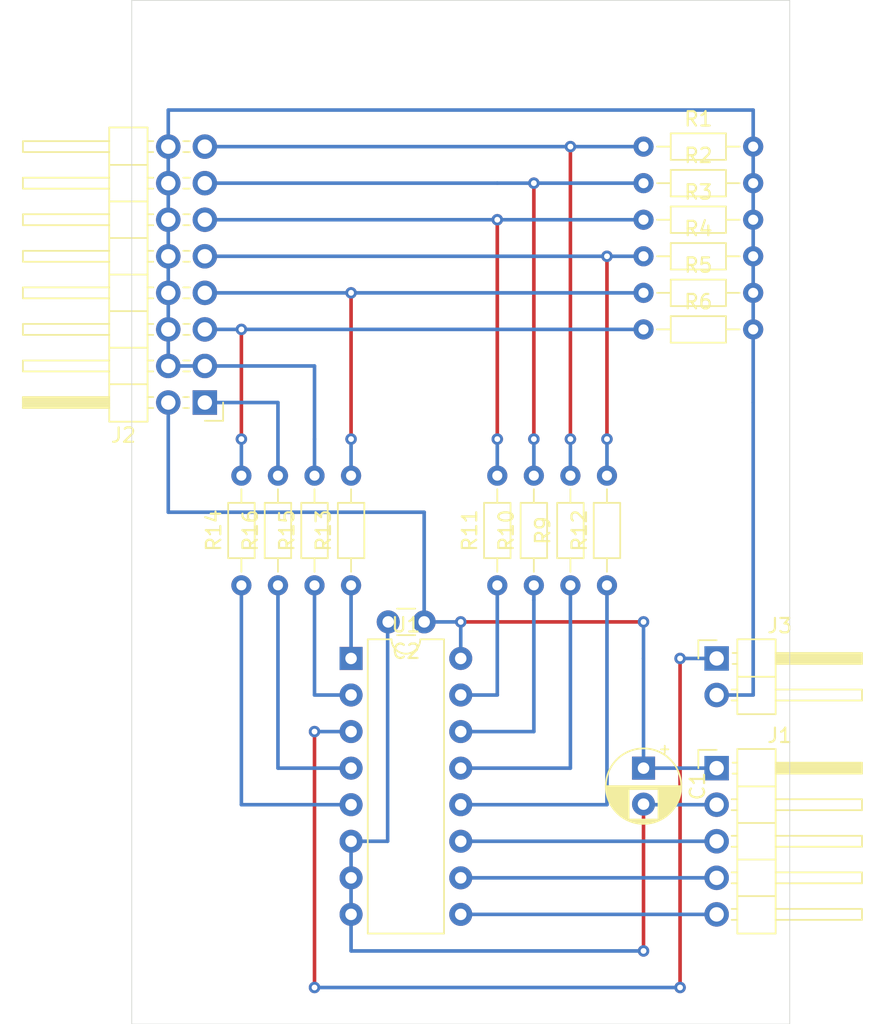
<source format=kicad_pcb>
(kicad_pcb (version 20171130) (host pcbnew 5.1.9-1.fc33)

  (general
    (thickness 1.6)
    (drawings 13)
    (tracks 93)
    (zones 0)
    (modules 20)
    (nets 23)
  )

  (page A4)
  (layers
    (0 F.Cu signal)
    (31 B.Cu signal)
    (32 B.Adhes user)
    (33 F.Adhes user)
    (34 B.Paste user)
    (35 F.Paste user)
    (36 B.SilkS user)
    (37 F.SilkS user)
    (38 B.Mask user)
    (39 F.Mask user)
    (40 Dwgs.User user)
    (41 Cmts.User user)
    (42 Eco1.User user)
    (43 Eco2.User user)
    (44 Edge.Cuts user)
    (45 Margin user)
    (46 B.CrtYd user)
    (47 F.CrtYd user)
    (48 B.Fab user)
    (49 F.Fab user)
  )

  (setup
    (last_trace_width 0.25)
    (trace_clearance 0.2)
    (zone_clearance 0.508)
    (zone_45_only no)
    (trace_min 0.2)
    (via_size 0.8)
    (via_drill 0.4)
    (via_min_size 0.4)
    (via_min_drill 0.3)
    (uvia_size 0.3)
    (uvia_drill 0.1)
    (uvias_allowed no)
    (uvia_min_size 0.2)
    (uvia_min_drill 0.1)
    (edge_width 0.05)
    (segment_width 0.2)
    (pcb_text_width 0.3)
    (pcb_text_size 1.5 1.5)
    (mod_edge_width 0.12)
    (mod_text_size 1 1)
    (mod_text_width 0.15)
    (pad_size 1.524 1.524)
    (pad_drill 0.762)
    (pad_to_mask_clearance 0)
    (aux_axis_origin 0 0)
    (visible_elements FFFFFF7F)
    (pcbplotparams
      (layerselection 0x010fc_ffffffff)
      (usegerberextensions false)
      (usegerberattributes true)
      (usegerberadvancedattributes true)
      (creategerberjobfile true)
      (excludeedgelayer true)
      (linewidth 0.100000)
      (plotframeref false)
      (viasonmask false)
      (mode 1)
      (useauxorigin false)
      (hpglpennumber 1)
      (hpglpenspeed 20)
      (hpglpendiameter 15.000000)
      (psnegative false)
      (psa4output false)
      (plotreference true)
      (plotvalue true)
      (plotinvisibletext false)
      (padsonsilk false)
      (subtractmaskfromsilk false)
      (outputformat 1)
      (mirror false)
      (drillshape 1)
      (scaleselection 1)
      (outputdirectory ""))
  )

  (net 0 "")
  (net 1 VDD)
  (net 2 GND)
  (net 3 "Net-(J1-Pad3)")
  (net 4 "Net-(J1-Pad4)")
  (net 5 "Net-(J1-Pad5)")
  (net 6 "Net-(J2-Pad1)")
  (net 7 "Net-(J2-Pad5)")
  (net 8 "Net-(J2-Pad7)")
  (net 9 "Net-(J2-Pad10)")
  (net 10 "Net-(J3-Pad1)")
  (net 11 "Net-(J2-Pad15)")
  (net 12 "Net-(J2-Pad13)")
  (net 13 "Net-(J2-Pad11)")
  (net 14 "Net-(J2-Pad9)")
  (net 15 "Net-(R9-Pad1)")
  (net 16 "Net-(R10-Pad1)")
  (net 17 "Net-(R11-Pad1)")
  (net 18 "Net-(R12-Pad1)")
  (net 19 "Net-(R13-Pad1)")
  (net 20 "Net-(R14-Pad1)")
  (net 21 "Net-(R15-Pad1)")
  (net 22 "Net-(R16-Pad1)")

  (net_class Default "This is the default net class."
    (clearance 0.2)
    (trace_width 0.25)
    (via_dia 0.8)
    (via_drill 0.4)
    (uvia_dia 0.3)
    (uvia_drill 0.1)
    (add_net GND)
    (add_net "Net-(J1-Pad3)")
    (add_net "Net-(J1-Pad4)")
    (add_net "Net-(J1-Pad5)")
    (add_net "Net-(J2-Pad1)")
    (add_net "Net-(J2-Pad10)")
    (add_net "Net-(J2-Pad11)")
    (add_net "Net-(J2-Pad13)")
    (add_net "Net-(J2-Pad15)")
    (add_net "Net-(J2-Pad5)")
    (add_net "Net-(J2-Pad7)")
    (add_net "Net-(J2-Pad9)")
    (add_net "Net-(J3-Pad1)")
    (add_net "Net-(R10-Pad1)")
    (add_net "Net-(R11-Pad1)")
    (add_net "Net-(R12-Pad1)")
    (add_net "Net-(R13-Pad1)")
    (add_net "Net-(R14-Pad1)")
    (add_net "Net-(R15-Pad1)")
    (add_net "Net-(R16-Pad1)")
    (add_net "Net-(R9-Pad1)")
    (add_net VDD)
  )

  (module Resistor_THT:R_Axial_DIN0204_L3.6mm_D1.6mm_P7.62mm_Horizontal (layer F.Cu) (tedit 5AE5139B) (tstamp 6040DD1A)
    (at 114.3 73.66 90)
    (descr "Resistor, Axial_DIN0204 series, Axial, Horizontal, pin pitch=7.62mm, 0.167W, length*diameter=3.6*1.6mm^2, http://cdn-reichelt.de/documents/datenblatt/B400/1_4W%23YAG.pdf")
    (tags "Resistor Axial_DIN0204 series Axial Horizontal pin pitch 7.62mm 0.167W length 3.6mm diameter 1.6mm")
    (path /604281E3)
    (fp_text reference R16 (at 3.81 -1.92 90) (layer F.SilkS)
      (effects (font (size 1 1) (thickness 0.15)))
    )
    (fp_text value 220 (at 3.81 1.92 90) (layer F.Fab)
      (effects (font (size 1 1) (thickness 0.15)))
    )
    (fp_line (start 8.57 -1.05) (end -0.95 -1.05) (layer F.CrtYd) (width 0.05))
    (fp_line (start 8.57 1.05) (end 8.57 -1.05) (layer F.CrtYd) (width 0.05))
    (fp_line (start -0.95 1.05) (end 8.57 1.05) (layer F.CrtYd) (width 0.05))
    (fp_line (start -0.95 -1.05) (end -0.95 1.05) (layer F.CrtYd) (width 0.05))
    (fp_line (start 6.68 0) (end 5.73 0) (layer F.SilkS) (width 0.12))
    (fp_line (start 0.94 0) (end 1.89 0) (layer F.SilkS) (width 0.12))
    (fp_line (start 5.73 -0.92) (end 1.89 -0.92) (layer F.SilkS) (width 0.12))
    (fp_line (start 5.73 0.92) (end 5.73 -0.92) (layer F.SilkS) (width 0.12))
    (fp_line (start 1.89 0.92) (end 5.73 0.92) (layer F.SilkS) (width 0.12))
    (fp_line (start 1.89 -0.92) (end 1.89 0.92) (layer F.SilkS) (width 0.12))
    (fp_line (start 7.62 0) (end 5.61 0) (layer F.Fab) (width 0.1))
    (fp_line (start 0 0) (end 2.01 0) (layer F.Fab) (width 0.1))
    (fp_line (start 5.61 -0.8) (end 2.01 -0.8) (layer F.Fab) (width 0.1))
    (fp_line (start 5.61 0.8) (end 5.61 -0.8) (layer F.Fab) (width 0.1))
    (fp_line (start 2.01 0.8) (end 5.61 0.8) (layer F.Fab) (width 0.1))
    (fp_line (start 2.01 -0.8) (end 2.01 0.8) (layer F.Fab) (width 0.1))
    (fp_text user %R (at 3.81 0 90) (layer F.Fab)
      (effects (font (size 0.72 0.72) (thickness 0.108)))
    )
    (pad 2 thru_hole oval (at 7.62 0 90) (size 1.4 1.4) (drill 0.7) (layers *.Cu *.Mask)
      (net 6 "Net-(J2-Pad1)"))
    (pad 1 thru_hole circle (at 0 0 90) (size 1.4 1.4) (drill 0.7) (layers *.Cu *.Mask)
      (net 22 "Net-(R16-Pad1)"))
    (model ${KISYS3DMOD}/Resistor_THT.3dshapes/R_Axial_DIN0204_L3.6mm_D1.6mm_P7.62mm_Horizontal.wrl
      (at (xyz 0 0 0))
      (scale (xyz 1 1 1))
      (rotate (xyz 0 0 0))
    )
  )

  (module Resistor_THT:R_Axial_DIN0204_L3.6mm_D1.6mm_P7.62mm_Horizontal (layer F.Cu) (tedit 5AE5139B) (tstamp 6040DD03)
    (at 116.84 73.66 90)
    (descr "Resistor, Axial_DIN0204 series, Axial, Horizontal, pin pitch=7.62mm, 0.167W, length*diameter=3.6*1.6mm^2, http://cdn-reichelt.de/documents/datenblatt/B400/1_4W%23YAG.pdf")
    (tags "Resistor Axial_DIN0204 series Axial Horizontal pin pitch 7.62mm 0.167W length 3.6mm diameter 1.6mm")
    (path /60427FD9)
    (fp_text reference R15 (at 3.81 -1.92 90) (layer F.SilkS)
      (effects (font (size 1 1) (thickness 0.15)))
    )
    (fp_text value 220 (at 3.81 1.92 90) (layer F.Fab)
      (effects (font (size 1 1) (thickness 0.15)))
    )
    (fp_line (start 8.57 -1.05) (end -0.95 -1.05) (layer F.CrtYd) (width 0.05))
    (fp_line (start 8.57 1.05) (end 8.57 -1.05) (layer F.CrtYd) (width 0.05))
    (fp_line (start -0.95 1.05) (end 8.57 1.05) (layer F.CrtYd) (width 0.05))
    (fp_line (start -0.95 -1.05) (end -0.95 1.05) (layer F.CrtYd) (width 0.05))
    (fp_line (start 6.68 0) (end 5.73 0) (layer F.SilkS) (width 0.12))
    (fp_line (start 0.94 0) (end 1.89 0) (layer F.SilkS) (width 0.12))
    (fp_line (start 5.73 -0.92) (end 1.89 -0.92) (layer F.SilkS) (width 0.12))
    (fp_line (start 5.73 0.92) (end 5.73 -0.92) (layer F.SilkS) (width 0.12))
    (fp_line (start 1.89 0.92) (end 5.73 0.92) (layer F.SilkS) (width 0.12))
    (fp_line (start 1.89 -0.92) (end 1.89 0.92) (layer F.SilkS) (width 0.12))
    (fp_line (start 7.62 0) (end 5.61 0) (layer F.Fab) (width 0.1))
    (fp_line (start 0 0) (end 2.01 0) (layer F.Fab) (width 0.1))
    (fp_line (start 5.61 -0.8) (end 2.01 -0.8) (layer F.Fab) (width 0.1))
    (fp_line (start 5.61 0.8) (end 5.61 -0.8) (layer F.Fab) (width 0.1))
    (fp_line (start 2.01 0.8) (end 5.61 0.8) (layer F.Fab) (width 0.1))
    (fp_line (start 2.01 -0.8) (end 2.01 0.8) (layer F.Fab) (width 0.1))
    (fp_text user %R (at 3.81 0 90) (layer F.Fab)
      (effects (font (size 0.72 0.72) (thickness 0.108)))
    )
    (pad 2 thru_hole oval (at 7.62 0 90) (size 1.4 1.4) (drill 0.7) (layers *.Cu *.Mask)
      (net 9 "Net-(J2-Pad10)"))
    (pad 1 thru_hole circle (at 0 0 90) (size 1.4 1.4) (drill 0.7) (layers *.Cu *.Mask)
      (net 21 "Net-(R15-Pad1)"))
    (model ${KISYS3DMOD}/Resistor_THT.3dshapes/R_Axial_DIN0204_L3.6mm_D1.6mm_P7.62mm_Horizontal.wrl
      (at (xyz 0 0 0))
      (scale (xyz 1 1 1))
      (rotate (xyz 0 0 0))
    )
  )

  (module Resistor_THT:R_Axial_DIN0204_L3.6mm_D1.6mm_P7.62mm_Horizontal (layer F.Cu) (tedit 5AE5139B) (tstamp 6040DCEC)
    (at 111.76 73.66 90)
    (descr "Resistor, Axial_DIN0204 series, Axial, Horizontal, pin pitch=7.62mm, 0.167W, length*diameter=3.6*1.6mm^2, http://cdn-reichelt.de/documents/datenblatt/B400/1_4W%23YAG.pdf")
    (tags "Resistor Axial_DIN0204 series Axial Horizontal pin pitch 7.62mm 0.167W length 3.6mm diameter 1.6mm")
    (path /60427DEB)
    (fp_text reference R14 (at 3.81 -1.92 90) (layer F.SilkS)
      (effects (font (size 1 1) (thickness 0.15)))
    )
    (fp_text value 220 (at 3.81 1.92 90) (layer F.Fab)
      (effects (font (size 1 1) (thickness 0.15)))
    )
    (fp_line (start 8.57 -1.05) (end -0.95 -1.05) (layer F.CrtYd) (width 0.05))
    (fp_line (start 8.57 1.05) (end 8.57 -1.05) (layer F.CrtYd) (width 0.05))
    (fp_line (start -0.95 1.05) (end 8.57 1.05) (layer F.CrtYd) (width 0.05))
    (fp_line (start -0.95 -1.05) (end -0.95 1.05) (layer F.CrtYd) (width 0.05))
    (fp_line (start 6.68 0) (end 5.73 0) (layer F.SilkS) (width 0.12))
    (fp_line (start 0.94 0) (end 1.89 0) (layer F.SilkS) (width 0.12))
    (fp_line (start 5.73 -0.92) (end 1.89 -0.92) (layer F.SilkS) (width 0.12))
    (fp_line (start 5.73 0.92) (end 5.73 -0.92) (layer F.SilkS) (width 0.12))
    (fp_line (start 1.89 0.92) (end 5.73 0.92) (layer F.SilkS) (width 0.12))
    (fp_line (start 1.89 -0.92) (end 1.89 0.92) (layer F.SilkS) (width 0.12))
    (fp_line (start 7.62 0) (end 5.61 0) (layer F.Fab) (width 0.1))
    (fp_line (start 0 0) (end 2.01 0) (layer F.Fab) (width 0.1))
    (fp_line (start 5.61 -0.8) (end 2.01 -0.8) (layer F.Fab) (width 0.1))
    (fp_line (start 5.61 0.8) (end 5.61 -0.8) (layer F.Fab) (width 0.1))
    (fp_line (start 2.01 0.8) (end 5.61 0.8) (layer F.Fab) (width 0.1))
    (fp_line (start 2.01 -0.8) (end 2.01 0.8) (layer F.Fab) (width 0.1))
    (fp_text user %R (at 3.81 0 90) (layer F.Fab)
      (effects (font (size 0.72 0.72) (thickness 0.108)))
    )
    (pad 2 thru_hole oval (at 7.62 0 90) (size 1.4 1.4) (drill 0.7) (layers *.Cu *.Mask)
      (net 7 "Net-(J2-Pad5)"))
    (pad 1 thru_hole circle (at 0 0 90) (size 1.4 1.4) (drill 0.7) (layers *.Cu *.Mask)
      (net 20 "Net-(R14-Pad1)"))
    (model ${KISYS3DMOD}/Resistor_THT.3dshapes/R_Axial_DIN0204_L3.6mm_D1.6mm_P7.62mm_Horizontal.wrl
      (at (xyz 0 0 0))
      (scale (xyz 1 1 1))
      (rotate (xyz 0 0 0))
    )
  )

  (module Resistor_THT:R_Axial_DIN0204_L3.6mm_D1.6mm_P7.62mm_Horizontal (layer F.Cu) (tedit 5AE5139B) (tstamp 60410B00)
    (at 119.38 73.66 90)
    (descr "Resistor, Axial_DIN0204 series, Axial, Horizontal, pin pitch=7.62mm, 0.167W, length*diameter=3.6*1.6mm^2, http://cdn-reichelt.de/documents/datenblatt/B400/1_4W%23YAG.pdf")
    (tags "Resistor Axial_DIN0204 series Axial Horizontal pin pitch 7.62mm 0.167W length 3.6mm diameter 1.6mm")
    (path /60427BF9)
    (fp_text reference R13 (at 3.81 -1.92 90) (layer F.SilkS)
      (effects (font (size 1 1) (thickness 0.15)))
    )
    (fp_text value 220 (at 3.81 1.92 90) (layer F.Fab)
      (effects (font (size 1 1) (thickness 0.15)))
    )
    (fp_line (start 8.57 -1.05) (end -0.95 -1.05) (layer F.CrtYd) (width 0.05))
    (fp_line (start 8.57 1.05) (end 8.57 -1.05) (layer F.CrtYd) (width 0.05))
    (fp_line (start -0.95 1.05) (end 8.57 1.05) (layer F.CrtYd) (width 0.05))
    (fp_line (start -0.95 -1.05) (end -0.95 1.05) (layer F.CrtYd) (width 0.05))
    (fp_line (start 6.68 0) (end 5.73 0) (layer F.SilkS) (width 0.12))
    (fp_line (start 0.94 0) (end 1.89 0) (layer F.SilkS) (width 0.12))
    (fp_line (start 5.73 -0.92) (end 1.89 -0.92) (layer F.SilkS) (width 0.12))
    (fp_line (start 5.73 0.92) (end 5.73 -0.92) (layer F.SilkS) (width 0.12))
    (fp_line (start 1.89 0.92) (end 5.73 0.92) (layer F.SilkS) (width 0.12))
    (fp_line (start 1.89 -0.92) (end 1.89 0.92) (layer F.SilkS) (width 0.12))
    (fp_line (start 7.62 0) (end 5.61 0) (layer F.Fab) (width 0.1))
    (fp_line (start 0 0) (end 2.01 0) (layer F.Fab) (width 0.1))
    (fp_line (start 5.61 -0.8) (end 2.01 -0.8) (layer F.Fab) (width 0.1))
    (fp_line (start 5.61 0.8) (end 5.61 -0.8) (layer F.Fab) (width 0.1))
    (fp_line (start 2.01 0.8) (end 5.61 0.8) (layer F.Fab) (width 0.1))
    (fp_line (start 2.01 -0.8) (end 2.01 0.8) (layer F.Fab) (width 0.1))
    (fp_text user %R (at 3.81 0 90) (layer F.Fab)
      (effects (font (size 0.72 0.72) (thickness 0.108)))
    )
    (pad 2 thru_hole oval (at 7.62 0 90) (size 1.4 1.4) (drill 0.7) (layers *.Cu *.Mask)
      (net 8 "Net-(J2-Pad7)"))
    (pad 1 thru_hole circle (at 0 0 90) (size 1.4 1.4) (drill 0.7) (layers *.Cu *.Mask)
      (net 19 "Net-(R13-Pad1)"))
    (model ${KISYS3DMOD}/Resistor_THT.3dshapes/R_Axial_DIN0204_L3.6mm_D1.6mm_P7.62mm_Horizontal.wrl
      (at (xyz 0 0 0))
      (scale (xyz 1 1 1))
      (rotate (xyz 0 0 0))
    )
  )

  (module Resistor_THT:R_Axial_DIN0204_L3.6mm_D1.6mm_P7.62mm_Horizontal (layer F.Cu) (tedit 5AE5139B) (tstamp 6040DCBE)
    (at 137.16 73.66 90)
    (descr "Resistor, Axial_DIN0204 series, Axial, Horizontal, pin pitch=7.62mm, 0.167W, length*diameter=3.6*1.6mm^2, http://cdn-reichelt.de/documents/datenblatt/B400/1_4W%23YAG.pdf")
    (tags "Resistor Axial_DIN0204 series Axial Horizontal pin pitch 7.62mm 0.167W length 3.6mm diameter 1.6mm")
    (path /60427A23)
    (fp_text reference R12 (at 3.81 -1.92 90) (layer F.SilkS)
      (effects (font (size 1 1) (thickness 0.15)))
    )
    (fp_text value 220 (at 3.81 1.92 90) (layer F.Fab)
      (effects (font (size 1 1) (thickness 0.15)))
    )
    (fp_line (start 8.57 -1.05) (end -0.95 -1.05) (layer F.CrtYd) (width 0.05))
    (fp_line (start 8.57 1.05) (end 8.57 -1.05) (layer F.CrtYd) (width 0.05))
    (fp_line (start -0.95 1.05) (end 8.57 1.05) (layer F.CrtYd) (width 0.05))
    (fp_line (start -0.95 -1.05) (end -0.95 1.05) (layer F.CrtYd) (width 0.05))
    (fp_line (start 6.68 0) (end 5.73 0) (layer F.SilkS) (width 0.12))
    (fp_line (start 0.94 0) (end 1.89 0) (layer F.SilkS) (width 0.12))
    (fp_line (start 5.73 -0.92) (end 1.89 -0.92) (layer F.SilkS) (width 0.12))
    (fp_line (start 5.73 0.92) (end 5.73 -0.92) (layer F.SilkS) (width 0.12))
    (fp_line (start 1.89 0.92) (end 5.73 0.92) (layer F.SilkS) (width 0.12))
    (fp_line (start 1.89 -0.92) (end 1.89 0.92) (layer F.SilkS) (width 0.12))
    (fp_line (start 7.62 0) (end 5.61 0) (layer F.Fab) (width 0.1))
    (fp_line (start 0 0) (end 2.01 0) (layer F.Fab) (width 0.1))
    (fp_line (start 5.61 -0.8) (end 2.01 -0.8) (layer F.Fab) (width 0.1))
    (fp_line (start 5.61 0.8) (end 5.61 -0.8) (layer F.Fab) (width 0.1))
    (fp_line (start 2.01 0.8) (end 5.61 0.8) (layer F.Fab) (width 0.1))
    (fp_line (start 2.01 -0.8) (end 2.01 0.8) (layer F.Fab) (width 0.1))
    (fp_text user %R (at 3.81 0 90) (layer F.Fab)
      (effects (font (size 0.72 0.72) (thickness 0.108)))
    )
    (pad 2 thru_hole oval (at 7.62 0 90) (size 1.4 1.4) (drill 0.7) (layers *.Cu *.Mask)
      (net 14 "Net-(J2-Pad9)"))
    (pad 1 thru_hole circle (at 0 0 90) (size 1.4 1.4) (drill 0.7) (layers *.Cu *.Mask)
      (net 18 "Net-(R12-Pad1)"))
    (model ${KISYS3DMOD}/Resistor_THT.3dshapes/R_Axial_DIN0204_L3.6mm_D1.6mm_P7.62mm_Horizontal.wrl
      (at (xyz 0 0 0))
      (scale (xyz 1 1 1))
      (rotate (xyz 0 0 0))
    )
  )

  (module Resistor_THT:R_Axial_DIN0204_L3.6mm_D1.6mm_P7.62mm_Horizontal (layer F.Cu) (tedit 5AE5139B) (tstamp 6040DF05)
    (at 129.54 73.66 90)
    (descr "Resistor, Axial_DIN0204 series, Axial, Horizontal, pin pitch=7.62mm, 0.167W, length*diameter=3.6*1.6mm^2, http://cdn-reichelt.de/documents/datenblatt/B400/1_4W%23YAG.pdf")
    (tags "Resistor Axial_DIN0204 series Axial Horizontal pin pitch 7.62mm 0.167W length 3.6mm diameter 1.6mm")
    (path /60427859)
    (fp_text reference R11 (at 3.81 -1.92 90) (layer F.SilkS)
      (effects (font (size 1 1) (thickness 0.15)))
    )
    (fp_text value 220 (at 3.81 1.92 90) (layer F.Fab)
      (effects (font (size 1 1) (thickness 0.15)))
    )
    (fp_line (start 8.57 -1.05) (end -0.95 -1.05) (layer F.CrtYd) (width 0.05))
    (fp_line (start 8.57 1.05) (end 8.57 -1.05) (layer F.CrtYd) (width 0.05))
    (fp_line (start -0.95 1.05) (end 8.57 1.05) (layer F.CrtYd) (width 0.05))
    (fp_line (start -0.95 -1.05) (end -0.95 1.05) (layer F.CrtYd) (width 0.05))
    (fp_line (start 6.68 0) (end 5.73 0) (layer F.SilkS) (width 0.12))
    (fp_line (start 0.94 0) (end 1.89 0) (layer F.SilkS) (width 0.12))
    (fp_line (start 5.73 -0.92) (end 1.89 -0.92) (layer F.SilkS) (width 0.12))
    (fp_line (start 5.73 0.92) (end 5.73 -0.92) (layer F.SilkS) (width 0.12))
    (fp_line (start 1.89 0.92) (end 5.73 0.92) (layer F.SilkS) (width 0.12))
    (fp_line (start 1.89 -0.92) (end 1.89 0.92) (layer F.SilkS) (width 0.12))
    (fp_line (start 7.62 0) (end 5.61 0) (layer F.Fab) (width 0.1))
    (fp_line (start 0 0) (end 2.01 0) (layer F.Fab) (width 0.1))
    (fp_line (start 5.61 -0.8) (end 2.01 -0.8) (layer F.Fab) (width 0.1))
    (fp_line (start 5.61 0.8) (end 5.61 -0.8) (layer F.Fab) (width 0.1))
    (fp_line (start 2.01 0.8) (end 5.61 0.8) (layer F.Fab) (width 0.1))
    (fp_line (start 2.01 -0.8) (end 2.01 0.8) (layer F.Fab) (width 0.1))
    (fp_text user %R (at 3.81 0 90) (layer F.Fab)
      (effects (font (size 0.72 0.72) (thickness 0.108)))
    )
    (pad 2 thru_hole oval (at 7.62 0 90) (size 1.4 1.4) (drill 0.7) (layers *.Cu *.Mask)
      (net 13 "Net-(J2-Pad11)"))
    (pad 1 thru_hole circle (at 0 0 90) (size 1.4 1.4) (drill 0.7) (layers *.Cu *.Mask)
      (net 17 "Net-(R11-Pad1)"))
    (model ${KISYS3DMOD}/Resistor_THT.3dshapes/R_Axial_DIN0204_L3.6mm_D1.6mm_P7.62mm_Horizontal.wrl
      (at (xyz 0 0 0))
      (scale (xyz 1 1 1))
      (rotate (xyz 0 0 0))
    )
  )

  (module Resistor_THT:R_Axial_DIN0204_L3.6mm_D1.6mm_P7.62mm_Horizontal (layer F.Cu) (tedit 5AE5139B) (tstamp 6040DC90)
    (at 132.08 73.66 90)
    (descr "Resistor, Axial_DIN0204 series, Axial, Horizontal, pin pitch=7.62mm, 0.167W, length*diameter=3.6*1.6mm^2, http://cdn-reichelt.de/documents/datenblatt/B400/1_4W%23YAG.pdf")
    (tags "Resistor Axial_DIN0204 series Axial Horizontal pin pitch 7.62mm 0.167W length 3.6mm diameter 1.6mm")
    (path /60427657)
    (fp_text reference R10 (at 3.81 -1.92 90) (layer F.SilkS)
      (effects (font (size 1 1) (thickness 0.15)))
    )
    (fp_text value 220 (at 3.81 1.92 90) (layer F.Fab)
      (effects (font (size 1 1) (thickness 0.15)))
    )
    (fp_line (start 8.57 -1.05) (end -0.95 -1.05) (layer F.CrtYd) (width 0.05))
    (fp_line (start 8.57 1.05) (end 8.57 -1.05) (layer F.CrtYd) (width 0.05))
    (fp_line (start -0.95 1.05) (end 8.57 1.05) (layer F.CrtYd) (width 0.05))
    (fp_line (start -0.95 -1.05) (end -0.95 1.05) (layer F.CrtYd) (width 0.05))
    (fp_line (start 6.68 0) (end 5.73 0) (layer F.SilkS) (width 0.12))
    (fp_line (start 0.94 0) (end 1.89 0) (layer F.SilkS) (width 0.12))
    (fp_line (start 5.73 -0.92) (end 1.89 -0.92) (layer F.SilkS) (width 0.12))
    (fp_line (start 5.73 0.92) (end 5.73 -0.92) (layer F.SilkS) (width 0.12))
    (fp_line (start 1.89 0.92) (end 5.73 0.92) (layer F.SilkS) (width 0.12))
    (fp_line (start 1.89 -0.92) (end 1.89 0.92) (layer F.SilkS) (width 0.12))
    (fp_line (start 7.62 0) (end 5.61 0) (layer F.Fab) (width 0.1))
    (fp_line (start 0 0) (end 2.01 0) (layer F.Fab) (width 0.1))
    (fp_line (start 5.61 -0.8) (end 2.01 -0.8) (layer F.Fab) (width 0.1))
    (fp_line (start 5.61 0.8) (end 5.61 -0.8) (layer F.Fab) (width 0.1))
    (fp_line (start 2.01 0.8) (end 5.61 0.8) (layer F.Fab) (width 0.1))
    (fp_line (start 2.01 -0.8) (end 2.01 0.8) (layer F.Fab) (width 0.1))
    (fp_text user %R (at 3.81 0 90) (layer F.Fab)
      (effects (font (size 0.72 0.72) (thickness 0.108)))
    )
    (pad 2 thru_hole oval (at 7.62 0 90) (size 1.4 1.4) (drill 0.7) (layers *.Cu *.Mask)
      (net 12 "Net-(J2-Pad13)"))
    (pad 1 thru_hole circle (at 0 0 90) (size 1.4 1.4) (drill 0.7) (layers *.Cu *.Mask)
      (net 16 "Net-(R10-Pad1)"))
    (model ${KISYS3DMOD}/Resistor_THT.3dshapes/R_Axial_DIN0204_L3.6mm_D1.6mm_P7.62mm_Horizontal.wrl
      (at (xyz 0 0 0))
      (scale (xyz 1 1 1))
      (rotate (xyz 0 0 0))
    )
  )

  (module Resistor_THT:R_Axial_DIN0204_L3.6mm_D1.6mm_P7.62mm_Horizontal (layer F.Cu) (tedit 5AE5139B) (tstamp 6040DC79)
    (at 134.62 73.66 90)
    (descr "Resistor, Axial_DIN0204 series, Axial, Horizontal, pin pitch=7.62mm, 0.167W, length*diameter=3.6*1.6mm^2, http://cdn-reichelt.de/documents/datenblatt/B400/1_4W%23YAG.pdf")
    (tags "Resistor Axial_DIN0204 series Axial Horizontal pin pitch 7.62mm 0.167W length 3.6mm diameter 1.6mm")
    (path /6041C195)
    (fp_text reference R9 (at 3.81 -1.92 90) (layer F.SilkS)
      (effects (font (size 1 1) (thickness 0.15)))
    )
    (fp_text value 220 (at 3.81 1.92 90) (layer F.Fab)
      (effects (font (size 1 1) (thickness 0.15)))
    )
    (fp_line (start 8.57 -1.05) (end -0.95 -1.05) (layer F.CrtYd) (width 0.05))
    (fp_line (start 8.57 1.05) (end 8.57 -1.05) (layer F.CrtYd) (width 0.05))
    (fp_line (start -0.95 1.05) (end 8.57 1.05) (layer F.CrtYd) (width 0.05))
    (fp_line (start -0.95 -1.05) (end -0.95 1.05) (layer F.CrtYd) (width 0.05))
    (fp_line (start 6.68 0) (end 5.73 0) (layer F.SilkS) (width 0.12))
    (fp_line (start 0.94 0) (end 1.89 0) (layer F.SilkS) (width 0.12))
    (fp_line (start 5.73 -0.92) (end 1.89 -0.92) (layer F.SilkS) (width 0.12))
    (fp_line (start 5.73 0.92) (end 5.73 -0.92) (layer F.SilkS) (width 0.12))
    (fp_line (start 1.89 0.92) (end 5.73 0.92) (layer F.SilkS) (width 0.12))
    (fp_line (start 1.89 -0.92) (end 1.89 0.92) (layer F.SilkS) (width 0.12))
    (fp_line (start 7.62 0) (end 5.61 0) (layer F.Fab) (width 0.1))
    (fp_line (start 0 0) (end 2.01 0) (layer F.Fab) (width 0.1))
    (fp_line (start 5.61 -0.8) (end 2.01 -0.8) (layer F.Fab) (width 0.1))
    (fp_line (start 5.61 0.8) (end 5.61 -0.8) (layer F.Fab) (width 0.1))
    (fp_line (start 2.01 0.8) (end 5.61 0.8) (layer F.Fab) (width 0.1))
    (fp_line (start 2.01 -0.8) (end 2.01 0.8) (layer F.Fab) (width 0.1))
    (fp_text user %R (at 3.81 0 90) (layer F.Fab)
      (effects (font (size 0.72 0.72) (thickness 0.108)))
    )
    (pad 2 thru_hole oval (at 7.62 0 90) (size 1.4 1.4) (drill 0.7) (layers *.Cu *.Mask)
      (net 11 "Net-(J2-Pad15)"))
    (pad 1 thru_hole circle (at 0 0 90) (size 1.4 1.4) (drill 0.7) (layers *.Cu *.Mask)
      (net 15 "Net-(R9-Pad1)"))
    (model ${KISYS3DMOD}/Resistor_THT.3dshapes/R_Axial_DIN0204_L3.6mm_D1.6mm_P7.62mm_Horizontal.wrl
      (at (xyz 0 0 0))
      (scale (xyz 1 1 1))
      (rotate (xyz 0 0 0))
    )
  )

  (module Package_DIP:DIP-16_W7.62mm (layer F.Cu) (tedit 5A02E8C5) (tstamp 602DFB0B)
    (at 119.38 78.74)
    (descr "16-lead though-hole mounted DIP package, row spacing 7.62 mm (300 mils)")
    (tags "THT DIP DIL PDIP 2.54mm 7.62mm 300mil")
    (path /60481B08)
    (fp_text reference U1 (at 3.81 -2.33) (layer F.SilkS)
      (effects (font (size 1 1) (thickness 0.15)))
    )
    (fp_text value 4051 (at 3.81 20.11) (layer F.Fab)
      (effects (font (size 1 1) (thickness 0.15)))
    )
    (fp_line (start 8.7 -1.55) (end -1.1 -1.55) (layer F.CrtYd) (width 0.05))
    (fp_line (start 8.7 19.3) (end 8.7 -1.55) (layer F.CrtYd) (width 0.05))
    (fp_line (start -1.1 19.3) (end 8.7 19.3) (layer F.CrtYd) (width 0.05))
    (fp_line (start -1.1 -1.55) (end -1.1 19.3) (layer F.CrtYd) (width 0.05))
    (fp_line (start 6.46 -1.33) (end 4.81 -1.33) (layer F.SilkS) (width 0.12))
    (fp_line (start 6.46 19.11) (end 6.46 -1.33) (layer F.SilkS) (width 0.12))
    (fp_line (start 1.16 19.11) (end 6.46 19.11) (layer F.SilkS) (width 0.12))
    (fp_line (start 1.16 -1.33) (end 1.16 19.11) (layer F.SilkS) (width 0.12))
    (fp_line (start 2.81 -1.33) (end 1.16 -1.33) (layer F.SilkS) (width 0.12))
    (fp_line (start 0.635 -0.27) (end 1.635 -1.27) (layer F.Fab) (width 0.1))
    (fp_line (start 0.635 19.05) (end 0.635 -0.27) (layer F.Fab) (width 0.1))
    (fp_line (start 6.985 19.05) (end 0.635 19.05) (layer F.Fab) (width 0.1))
    (fp_line (start 6.985 -1.27) (end 6.985 19.05) (layer F.Fab) (width 0.1))
    (fp_line (start 1.635 -1.27) (end 6.985 -1.27) (layer F.Fab) (width 0.1))
    (fp_arc (start 3.81 -1.33) (end 2.81 -1.33) (angle -180) (layer F.SilkS) (width 0.12))
    (fp_text user %R (at 3.81 8.89) (layer F.Fab)
      (effects (font (size 1 1) (thickness 0.15)))
    )
    (pad 1 thru_hole rect (at 0 0) (size 1.6 1.6) (drill 0.8) (layers *.Cu *.Mask)
      (net 19 "Net-(R13-Pad1)"))
    (pad 9 thru_hole oval (at 7.62 17.78) (size 1.6 1.6) (drill 0.8) (layers *.Cu *.Mask)
      (net 5 "Net-(J1-Pad5)"))
    (pad 2 thru_hole oval (at 0 2.54) (size 1.6 1.6) (drill 0.8) (layers *.Cu *.Mask)
      (net 21 "Net-(R15-Pad1)"))
    (pad 10 thru_hole oval (at 7.62 15.24) (size 1.6 1.6) (drill 0.8) (layers *.Cu *.Mask)
      (net 4 "Net-(J1-Pad4)"))
    (pad 3 thru_hole oval (at 0 5.08) (size 1.6 1.6) (drill 0.8) (layers *.Cu *.Mask)
      (net 10 "Net-(J3-Pad1)"))
    (pad 11 thru_hole oval (at 7.62 12.7) (size 1.6 1.6) (drill 0.8) (layers *.Cu *.Mask)
      (net 3 "Net-(J1-Pad3)"))
    (pad 4 thru_hole oval (at 0 7.62) (size 1.6 1.6) (drill 0.8) (layers *.Cu *.Mask)
      (net 22 "Net-(R16-Pad1)"))
    (pad 12 thru_hole oval (at 7.62 10.16) (size 1.6 1.6) (drill 0.8) (layers *.Cu *.Mask)
      (net 18 "Net-(R12-Pad1)"))
    (pad 5 thru_hole oval (at 0 10.16) (size 1.6 1.6) (drill 0.8) (layers *.Cu *.Mask)
      (net 20 "Net-(R14-Pad1)"))
    (pad 13 thru_hole oval (at 7.62 7.62) (size 1.6 1.6) (drill 0.8) (layers *.Cu *.Mask)
      (net 15 "Net-(R9-Pad1)"))
    (pad 6 thru_hole oval (at 0 12.7) (size 1.6 1.6) (drill 0.8) (layers *.Cu *.Mask)
      (net 2 GND))
    (pad 14 thru_hole oval (at 7.62 5.08) (size 1.6 1.6) (drill 0.8) (layers *.Cu *.Mask)
      (net 16 "Net-(R10-Pad1)"))
    (pad 7 thru_hole oval (at 0 15.24) (size 1.6 1.6) (drill 0.8) (layers *.Cu *.Mask)
      (net 2 GND))
    (pad 15 thru_hole oval (at 7.62 2.54) (size 1.6 1.6) (drill 0.8) (layers *.Cu *.Mask)
      (net 17 "Net-(R11-Pad1)"))
    (pad 8 thru_hole oval (at 0 17.78) (size 1.6 1.6) (drill 0.8) (layers *.Cu *.Mask)
      (net 2 GND))
    (pad 16 thru_hole oval (at 7.62 0) (size 1.6 1.6) (drill 0.8) (layers *.Cu *.Mask)
      (net 1 VDD))
    (model ${KISYS3DMOD}/Package_DIP.3dshapes/DIP-16_W7.62mm.wrl
      (at (xyz 0 0 0))
      (scale (xyz 1 1 1))
      (rotate (xyz 0 0 0))
    )
  )

  (module Connector_PinHeader_2.54mm:PinHeader_2x08_P2.54mm_Horizontal (layer F.Cu) (tedit 59FED5CB) (tstamp 6040E2FF)
    (at 109.22 60.96 180)
    (descr "Through hole angled pin header, 2x08, 2.54mm pitch, 6mm pin length, double rows")
    (tags "Through hole angled pin header THT 2x08 2.54mm double row")
    (path /602DFCF7)
    (fp_text reference J2 (at 5.655 -2.27) (layer F.SilkS)
      (effects (font (size 1 1) (thickness 0.15)))
    )
    (fp_text value Conn_02x08_Odd_Even (at 5.655 20.05) (layer F.Fab)
      (effects (font (size 1 1) (thickness 0.15)))
    )
    (fp_line (start 4.675 -1.27) (end 6.58 -1.27) (layer F.Fab) (width 0.1))
    (fp_line (start 6.58 -1.27) (end 6.58 19.05) (layer F.Fab) (width 0.1))
    (fp_line (start 6.58 19.05) (end 4.04 19.05) (layer F.Fab) (width 0.1))
    (fp_line (start 4.04 19.05) (end 4.04 -0.635) (layer F.Fab) (width 0.1))
    (fp_line (start 4.04 -0.635) (end 4.675 -1.27) (layer F.Fab) (width 0.1))
    (fp_line (start -0.32 -0.32) (end 4.04 -0.32) (layer F.Fab) (width 0.1))
    (fp_line (start -0.32 -0.32) (end -0.32 0.32) (layer F.Fab) (width 0.1))
    (fp_line (start -0.32 0.32) (end 4.04 0.32) (layer F.Fab) (width 0.1))
    (fp_line (start 6.58 -0.32) (end 12.58 -0.32) (layer F.Fab) (width 0.1))
    (fp_line (start 12.58 -0.32) (end 12.58 0.32) (layer F.Fab) (width 0.1))
    (fp_line (start 6.58 0.32) (end 12.58 0.32) (layer F.Fab) (width 0.1))
    (fp_line (start -0.32 2.22) (end 4.04 2.22) (layer F.Fab) (width 0.1))
    (fp_line (start -0.32 2.22) (end -0.32 2.86) (layer F.Fab) (width 0.1))
    (fp_line (start -0.32 2.86) (end 4.04 2.86) (layer F.Fab) (width 0.1))
    (fp_line (start 6.58 2.22) (end 12.58 2.22) (layer F.Fab) (width 0.1))
    (fp_line (start 12.58 2.22) (end 12.58 2.86) (layer F.Fab) (width 0.1))
    (fp_line (start 6.58 2.86) (end 12.58 2.86) (layer F.Fab) (width 0.1))
    (fp_line (start -0.32 4.76) (end 4.04 4.76) (layer F.Fab) (width 0.1))
    (fp_line (start -0.32 4.76) (end -0.32 5.4) (layer F.Fab) (width 0.1))
    (fp_line (start -0.32 5.4) (end 4.04 5.4) (layer F.Fab) (width 0.1))
    (fp_line (start 6.58 4.76) (end 12.58 4.76) (layer F.Fab) (width 0.1))
    (fp_line (start 12.58 4.76) (end 12.58 5.4) (layer F.Fab) (width 0.1))
    (fp_line (start 6.58 5.4) (end 12.58 5.4) (layer F.Fab) (width 0.1))
    (fp_line (start -0.32 7.3) (end 4.04 7.3) (layer F.Fab) (width 0.1))
    (fp_line (start -0.32 7.3) (end -0.32 7.94) (layer F.Fab) (width 0.1))
    (fp_line (start -0.32 7.94) (end 4.04 7.94) (layer F.Fab) (width 0.1))
    (fp_line (start 6.58 7.3) (end 12.58 7.3) (layer F.Fab) (width 0.1))
    (fp_line (start 12.58 7.3) (end 12.58 7.94) (layer F.Fab) (width 0.1))
    (fp_line (start 6.58 7.94) (end 12.58 7.94) (layer F.Fab) (width 0.1))
    (fp_line (start -0.32 9.84) (end 4.04 9.84) (layer F.Fab) (width 0.1))
    (fp_line (start -0.32 9.84) (end -0.32 10.48) (layer F.Fab) (width 0.1))
    (fp_line (start -0.32 10.48) (end 4.04 10.48) (layer F.Fab) (width 0.1))
    (fp_line (start 6.58 9.84) (end 12.58 9.84) (layer F.Fab) (width 0.1))
    (fp_line (start 12.58 9.84) (end 12.58 10.48) (layer F.Fab) (width 0.1))
    (fp_line (start 6.58 10.48) (end 12.58 10.48) (layer F.Fab) (width 0.1))
    (fp_line (start -0.32 12.38) (end 4.04 12.38) (layer F.Fab) (width 0.1))
    (fp_line (start -0.32 12.38) (end -0.32 13.02) (layer F.Fab) (width 0.1))
    (fp_line (start -0.32 13.02) (end 4.04 13.02) (layer F.Fab) (width 0.1))
    (fp_line (start 6.58 12.38) (end 12.58 12.38) (layer F.Fab) (width 0.1))
    (fp_line (start 12.58 12.38) (end 12.58 13.02) (layer F.Fab) (width 0.1))
    (fp_line (start 6.58 13.02) (end 12.58 13.02) (layer F.Fab) (width 0.1))
    (fp_line (start -0.32 14.92) (end 4.04 14.92) (layer F.Fab) (width 0.1))
    (fp_line (start -0.32 14.92) (end -0.32 15.56) (layer F.Fab) (width 0.1))
    (fp_line (start -0.32 15.56) (end 4.04 15.56) (layer F.Fab) (width 0.1))
    (fp_line (start 6.58 14.92) (end 12.58 14.92) (layer F.Fab) (width 0.1))
    (fp_line (start 12.58 14.92) (end 12.58 15.56) (layer F.Fab) (width 0.1))
    (fp_line (start 6.58 15.56) (end 12.58 15.56) (layer F.Fab) (width 0.1))
    (fp_line (start -0.32 17.46) (end 4.04 17.46) (layer F.Fab) (width 0.1))
    (fp_line (start -0.32 17.46) (end -0.32 18.1) (layer F.Fab) (width 0.1))
    (fp_line (start -0.32 18.1) (end 4.04 18.1) (layer F.Fab) (width 0.1))
    (fp_line (start 6.58 17.46) (end 12.58 17.46) (layer F.Fab) (width 0.1))
    (fp_line (start 12.58 17.46) (end 12.58 18.1) (layer F.Fab) (width 0.1))
    (fp_line (start 6.58 18.1) (end 12.58 18.1) (layer F.Fab) (width 0.1))
    (fp_line (start 3.98 -1.33) (end 3.98 19.11) (layer F.SilkS) (width 0.12))
    (fp_line (start 3.98 19.11) (end 6.64 19.11) (layer F.SilkS) (width 0.12))
    (fp_line (start 6.64 19.11) (end 6.64 -1.33) (layer F.SilkS) (width 0.12))
    (fp_line (start 6.64 -1.33) (end 3.98 -1.33) (layer F.SilkS) (width 0.12))
    (fp_line (start 6.64 -0.38) (end 12.64 -0.38) (layer F.SilkS) (width 0.12))
    (fp_line (start 12.64 -0.38) (end 12.64 0.38) (layer F.SilkS) (width 0.12))
    (fp_line (start 12.64 0.38) (end 6.64 0.38) (layer F.SilkS) (width 0.12))
    (fp_line (start 6.64 -0.32) (end 12.64 -0.32) (layer F.SilkS) (width 0.12))
    (fp_line (start 6.64 -0.2) (end 12.64 -0.2) (layer F.SilkS) (width 0.12))
    (fp_line (start 6.64 -0.08) (end 12.64 -0.08) (layer F.SilkS) (width 0.12))
    (fp_line (start 6.64 0.04) (end 12.64 0.04) (layer F.SilkS) (width 0.12))
    (fp_line (start 6.64 0.16) (end 12.64 0.16) (layer F.SilkS) (width 0.12))
    (fp_line (start 6.64 0.28) (end 12.64 0.28) (layer F.SilkS) (width 0.12))
    (fp_line (start 3.582929 -0.38) (end 3.98 -0.38) (layer F.SilkS) (width 0.12))
    (fp_line (start 3.582929 0.38) (end 3.98 0.38) (layer F.SilkS) (width 0.12))
    (fp_line (start 1.11 -0.38) (end 1.497071 -0.38) (layer F.SilkS) (width 0.12))
    (fp_line (start 1.11 0.38) (end 1.497071 0.38) (layer F.SilkS) (width 0.12))
    (fp_line (start 3.98 1.27) (end 6.64 1.27) (layer F.SilkS) (width 0.12))
    (fp_line (start 6.64 2.16) (end 12.64 2.16) (layer F.SilkS) (width 0.12))
    (fp_line (start 12.64 2.16) (end 12.64 2.92) (layer F.SilkS) (width 0.12))
    (fp_line (start 12.64 2.92) (end 6.64 2.92) (layer F.SilkS) (width 0.12))
    (fp_line (start 3.582929 2.16) (end 3.98 2.16) (layer F.SilkS) (width 0.12))
    (fp_line (start 3.582929 2.92) (end 3.98 2.92) (layer F.SilkS) (width 0.12))
    (fp_line (start 1.042929 2.16) (end 1.497071 2.16) (layer F.SilkS) (width 0.12))
    (fp_line (start 1.042929 2.92) (end 1.497071 2.92) (layer F.SilkS) (width 0.12))
    (fp_line (start 3.98 3.81) (end 6.64 3.81) (layer F.SilkS) (width 0.12))
    (fp_line (start 6.64 4.7) (end 12.64 4.7) (layer F.SilkS) (width 0.12))
    (fp_line (start 12.64 4.7) (end 12.64 5.46) (layer F.SilkS) (width 0.12))
    (fp_line (start 12.64 5.46) (end 6.64 5.46) (layer F.SilkS) (width 0.12))
    (fp_line (start 3.582929 4.7) (end 3.98 4.7) (layer F.SilkS) (width 0.12))
    (fp_line (start 3.582929 5.46) (end 3.98 5.46) (layer F.SilkS) (width 0.12))
    (fp_line (start 1.042929 4.7) (end 1.497071 4.7) (layer F.SilkS) (width 0.12))
    (fp_line (start 1.042929 5.46) (end 1.497071 5.46) (layer F.SilkS) (width 0.12))
    (fp_line (start 3.98 6.35) (end 6.64 6.35) (layer F.SilkS) (width 0.12))
    (fp_line (start 6.64 7.24) (end 12.64 7.24) (layer F.SilkS) (width 0.12))
    (fp_line (start 12.64 7.24) (end 12.64 8) (layer F.SilkS) (width 0.12))
    (fp_line (start 12.64 8) (end 6.64 8) (layer F.SilkS) (width 0.12))
    (fp_line (start 3.582929 7.24) (end 3.98 7.24) (layer F.SilkS) (width 0.12))
    (fp_line (start 3.582929 8) (end 3.98 8) (layer F.SilkS) (width 0.12))
    (fp_line (start 1.042929 7.24) (end 1.497071 7.24) (layer F.SilkS) (width 0.12))
    (fp_line (start 1.042929 8) (end 1.497071 8) (layer F.SilkS) (width 0.12))
    (fp_line (start 3.98 8.89) (end 6.64 8.89) (layer F.SilkS) (width 0.12))
    (fp_line (start 6.64 9.78) (end 12.64 9.78) (layer F.SilkS) (width 0.12))
    (fp_line (start 12.64 9.78) (end 12.64 10.54) (layer F.SilkS) (width 0.12))
    (fp_line (start 12.64 10.54) (end 6.64 10.54) (layer F.SilkS) (width 0.12))
    (fp_line (start 3.582929 9.78) (end 3.98 9.78) (layer F.SilkS) (width 0.12))
    (fp_line (start 3.582929 10.54) (end 3.98 10.54) (layer F.SilkS) (width 0.12))
    (fp_line (start 1.042929 9.78) (end 1.497071 9.78) (layer F.SilkS) (width 0.12))
    (fp_line (start 1.042929 10.54) (end 1.497071 10.54) (layer F.SilkS) (width 0.12))
    (fp_line (start 3.98 11.43) (end 6.64 11.43) (layer F.SilkS) (width 0.12))
    (fp_line (start 6.64 12.32) (end 12.64 12.32) (layer F.SilkS) (width 0.12))
    (fp_line (start 12.64 12.32) (end 12.64 13.08) (layer F.SilkS) (width 0.12))
    (fp_line (start 12.64 13.08) (end 6.64 13.08) (layer F.SilkS) (width 0.12))
    (fp_line (start 3.582929 12.32) (end 3.98 12.32) (layer F.SilkS) (width 0.12))
    (fp_line (start 3.582929 13.08) (end 3.98 13.08) (layer F.SilkS) (width 0.12))
    (fp_line (start 1.042929 12.32) (end 1.497071 12.32) (layer F.SilkS) (width 0.12))
    (fp_line (start 1.042929 13.08) (end 1.497071 13.08) (layer F.SilkS) (width 0.12))
    (fp_line (start 3.98 13.97) (end 6.64 13.97) (layer F.SilkS) (width 0.12))
    (fp_line (start 6.64 14.86) (end 12.64 14.86) (layer F.SilkS) (width 0.12))
    (fp_line (start 12.64 14.86) (end 12.64 15.62) (layer F.SilkS) (width 0.12))
    (fp_line (start 12.64 15.62) (end 6.64 15.62) (layer F.SilkS) (width 0.12))
    (fp_line (start 3.582929 14.86) (end 3.98 14.86) (layer F.SilkS) (width 0.12))
    (fp_line (start 3.582929 15.62) (end 3.98 15.62) (layer F.SilkS) (width 0.12))
    (fp_line (start 1.042929 14.86) (end 1.497071 14.86) (layer F.SilkS) (width 0.12))
    (fp_line (start 1.042929 15.62) (end 1.497071 15.62) (layer F.SilkS) (width 0.12))
    (fp_line (start 3.98 16.51) (end 6.64 16.51) (layer F.SilkS) (width 0.12))
    (fp_line (start 6.64 17.4) (end 12.64 17.4) (layer F.SilkS) (width 0.12))
    (fp_line (start 12.64 17.4) (end 12.64 18.16) (layer F.SilkS) (width 0.12))
    (fp_line (start 12.64 18.16) (end 6.64 18.16) (layer F.SilkS) (width 0.12))
    (fp_line (start 3.582929 17.4) (end 3.98 17.4) (layer F.SilkS) (width 0.12))
    (fp_line (start 3.582929 18.16) (end 3.98 18.16) (layer F.SilkS) (width 0.12))
    (fp_line (start 1.042929 17.4) (end 1.497071 17.4) (layer F.SilkS) (width 0.12))
    (fp_line (start 1.042929 18.16) (end 1.497071 18.16) (layer F.SilkS) (width 0.12))
    (fp_line (start -1.27 0) (end -1.27 -1.27) (layer F.SilkS) (width 0.12))
    (fp_line (start -1.27 -1.27) (end 0 -1.27) (layer F.SilkS) (width 0.12))
    (fp_line (start -1.8 -1.8) (end -1.8 19.55) (layer F.CrtYd) (width 0.05))
    (fp_line (start -1.8 19.55) (end 13.1 19.55) (layer F.CrtYd) (width 0.05))
    (fp_line (start 13.1 19.55) (end 13.1 -1.8) (layer F.CrtYd) (width 0.05))
    (fp_line (start 13.1 -1.8) (end -1.8 -1.8) (layer F.CrtYd) (width 0.05))
    (fp_text user %R (at 5.31 8.89 90) (layer F.Fab)
      (effects (font (size 1 1) (thickness 0.15)))
    )
    (pad 16 thru_hole oval (at 2.54 17.78 180) (size 1.7 1.7) (drill 1) (layers *.Cu *.Mask)
      (net 9 "Net-(J2-Pad10)"))
    (pad 15 thru_hole oval (at 0 17.78 180) (size 1.7 1.7) (drill 1) (layers *.Cu *.Mask)
      (net 11 "Net-(J2-Pad15)"))
    (pad 14 thru_hole oval (at 2.54 15.24 180) (size 1.7 1.7) (drill 1) (layers *.Cu *.Mask)
      (net 9 "Net-(J2-Pad10)"))
    (pad 13 thru_hole oval (at 0 15.24 180) (size 1.7 1.7) (drill 1) (layers *.Cu *.Mask)
      (net 12 "Net-(J2-Pad13)"))
    (pad 12 thru_hole oval (at 2.54 12.7 180) (size 1.7 1.7) (drill 1) (layers *.Cu *.Mask)
      (net 9 "Net-(J2-Pad10)"))
    (pad 11 thru_hole oval (at 0 12.7 180) (size 1.7 1.7) (drill 1) (layers *.Cu *.Mask)
      (net 13 "Net-(J2-Pad11)"))
    (pad 10 thru_hole oval (at 2.54 10.16 180) (size 1.7 1.7) (drill 1) (layers *.Cu *.Mask)
      (net 9 "Net-(J2-Pad10)"))
    (pad 9 thru_hole oval (at 0 10.16 180) (size 1.7 1.7) (drill 1) (layers *.Cu *.Mask)
      (net 14 "Net-(J2-Pad9)"))
    (pad 8 thru_hole oval (at 2.54 7.62 180) (size 1.7 1.7) (drill 1) (layers *.Cu *.Mask)
      (net 9 "Net-(J2-Pad10)"))
    (pad 7 thru_hole oval (at 0 7.62 180) (size 1.7 1.7) (drill 1) (layers *.Cu *.Mask)
      (net 8 "Net-(J2-Pad7)"))
    (pad 6 thru_hole oval (at 2.54 5.08 180) (size 1.7 1.7) (drill 1) (layers *.Cu *.Mask)
      (net 9 "Net-(J2-Pad10)"))
    (pad 5 thru_hole oval (at 0 5.08 180) (size 1.7 1.7) (drill 1) (layers *.Cu *.Mask)
      (net 7 "Net-(J2-Pad5)"))
    (pad 4 thru_hole oval (at 2.54 2.54 180) (size 1.7 1.7) (drill 1) (layers *.Cu *.Mask)
      (net 9 "Net-(J2-Pad10)"))
    (pad 3 thru_hole oval (at 0 2.54 180) (size 1.7 1.7) (drill 1) (layers *.Cu *.Mask)
      (net 9 "Net-(J2-Pad10)"))
    (pad 2 thru_hole oval (at 2.54 0 180) (size 1.7 1.7) (drill 1) (layers *.Cu *.Mask)
      (net 1 VDD))
    (pad 1 thru_hole rect (at 0 0 180) (size 1.7 1.7) (drill 1) (layers *.Cu *.Mask)
      (net 6 "Net-(J2-Pad1)"))
    (model ${KISYS3DMOD}/Connector_PinHeader_2.54mm.3dshapes/PinHeader_2x08_P2.54mm_Horizontal.wrl
      (at (xyz 0 0 0))
      (scale (xyz 1 1 1))
      (rotate (xyz 0 0 0))
    )
  )

  (module Resistor_THT:R_Axial_DIN0204_L3.6mm_D1.6mm_P7.62mm_Horizontal (layer F.Cu) (tedit 5AE5139B) (tstamp 6040E493)
    (at 139.7 43.18)
    (descr "Resistor, Axial_DIN0204 series, Axial, Horizontal, pin pitch=7.62mm, 0.167W, length*diameter=3.6*1.6mm^2, http://cdn-reichelt.de/documents/datenblatt/B400/1_4W%23YAG.pdf")
    (tags "Resistor Axial_DIN0204 series Axial Horizontal pin pitch 7.62mm 0.167W length 3.6mm diameter 1.6mm")
    (path /604A613D)
    (fp_text reference R1 (at 3.81 -1.92) (layer F.SilkS)
      (effects (font (size 1 1) (thickness 0.15)))
    )
    (fp_text value 1Meg (at 3.81 1.92) (layer F.Fab)
      (effects (font (size 1 1) (thickness 0.15)))
    )
    (fp_line (start 8.57 -1.05) (end -0.95 -1.05) (layer F.CrtYd) (width 0.05))
    (fp_line (start 8.57 1.05) (end 8.57 -1.05) (layer F.CrtYd) (width 0.05))
    (fp_line (start -0.95 1.05) (end 8.57 1.05) (layer F.CrtYd) (width 0.05))
    (fp_line (start -0.95 -1.05) (end -0.95 1.05) (layer F.CrtYd) (width 0.05))
    (fp_line (start 6.68 0) (end 5.73 0) (layer F.SilkS) (width 0.12))
    (fp_line (start 0.94 0) (end 1.89 0) (layer F.SilkS) (width 0.12))
    (fp_line (start 5.73 -0.92) (end 1.89 -0.92) (layer F.SilkS) (width 0.12))
    (fp_line (start 5.73 0.92) (end 5.73 -0.92) (layer F.SilkS) (width 0.12))
    (fp_line (start 1.89 0.92) (end 5.73 0.92) (layer F.SilkS) (width 0.12))
    (fp_line (start 1.89 -0.92) (end 1.89 0.92) (layer F.SilkS) (width 0.12))
    (fp_line (start 7.62 0) (end 5.61 0) (layer F.Fab) (width 0.1))
    (fp_line (start 0 0) (end 2.01 0) (layer F.Fab) (width 0.1))
    (fp_line (start 5.61 -0.8) (end 2.01 -0.8) (layer F.Fab) (width 0.1))
    (fp_line (start 5.61 0.8) (end 5.61 -0.8) (layer F.Fab) (width 0.1))
    (fp_line (start 2.01 0.8) (end 5.61 0.8) (layer F.Fab) (width 0.1))
    (fp_line (start 2.01 -0.8) (end 2.01 0.8) (layer F.Fab) (width 0.1))
    (fp_text user %R (at 3.81 0) (layer F.Fab)
      (effects (font (size 0.72 0.72) (thickness 0.108)))
    )
    (pad 1 thru_hole circle (at 0 0) (size 1.4 1.4) (drill 0.7) (layers *.Cu *.Mask)
      (net 11 "Net-(J2-Pad15)"))
    (pad 2 thru_hole oval (at 7.62 0) (size 1.4 1.4) (drill 0.7) (layers *.Cu *.Mask)
      (net 9 "Net-(J2-Pad10)"))
    (model ${KISYS3DMOD}/Resistor_THT.3dshapes/R_Axial_DIN0204_L3.6mm_D1.6mm_P7.62mm_Horizontal.wrl
      (at (xyz 0 0 0))
      (scale (xyz 1 1 1))
      (rotate (xyz 0 0 0))
    )
  )

  (module Resistor_THT:R_Axial_DIN0204_L3.6mm_D1.6mm_P7.62mm_Horizontal (layer F.Cu) (tedit 5AE5139B) (tstamp 6040E559)
    (at 139.7 50.8)
    (descr "Resistor, Axial_DIN0204 series, Axial, Horizontal, pin pitch=7.62mm, 0.167W, length*diameter=3.6*1.6mm^2, http://cdn-reichelt.de/documents/datenblatt/B400/1_4W%23YAG.pdf")
    (tags "Resistor Axial_DIN0204 series Axial Horizontal pin pitch 7.62mm 0.167W length 3.6mm diameter 1.6mm")
    (path /604AB14B)
    (fp_text reference R4 (at 3.81 -1.92) (layer F.SilkS)
      (effects (font (size 1 1) (thickness 0.15)))
    )
    (fp_text value 1Meg (at 3.81 1.92) (layer F.Fab)
      (effects (font (size 1 1) (thickness 0.15)))
    )
    (fp_line (start 2.01 -0.8) (end 2.01 0.8) (layer F.Fab) (width 0.1))
    (fp_line (start 2.01 0.8) (end 5.61 0.8) (layer F.Fab) (width 0.1))
    (fp_line (start 5.61 0.8) (end 5.61 -0.8) (layer F.Fab) (width 0.1))
    (fp_line (start 5.61 -0.8) (end 2.01 -0.8) (layer F.Fab) (width 0.1))
    (fp_line (start 0 0) (end 2.01 0) (layer F.Fab) (width 0.1))
    (fp_line (start 7.62 0) (end 5.61 0) (layer F.Fab) (width 0.1))
    (fp_line (start 1.89 -0.92) (end 1.89 0.92) (layer F.SilkS) (width 0.12))
    (fp_line (start 1.89 0.92) (end 5.73 0.92) (layer F.SilkS) (width 0.12))
    (fp_line (start 5.73 0.92) (end 5.73 -0.92) (layer F.SilkS) (width 0.12))
    (fp_line (start 5.73 -0.92) (end 1.89 -0.92) (layer F.SilkS) (width 0.12))
    (fp_line (start 0.94 0) (end 1.89 0) (layer F.SilkS) (width 0.12))
    (fp_line (start 6.68 0) (end 5.73 0) (layer F.SilkS) (width 0.12))
    (fp_line (start -0.95 -1.05) (end -0.95 1.05) (layer F.CrtYd) (width 0.05))
    (fp_line (start -0.95 1.05) (end 8.57 1.05) (layer F.CrtYd) (width 0.05))
    (fp_line (start 8.57 1.05) (end 8.57 -1.05) (layer F.CrtYd) (width 0.05))
    (fp_line (start 8.57 -1.05) (end -0.95 -1.05) (layer F.CrtYd) (width 0.05))
    (fp_text user %R (at 3.81 0) (layer F.Fab)
      (effects (font (size 0.72 0.72) (thickness 0.108)))
    )
    (pad 2 thru_hole oval (at 7.62 0) (size 1.4 1.4) (drill 0.7) (layers *.Cu *.Mask)
      (net 9 "Net-(J2-Pad10)"))
    (pad 1 thru_hole circle (at 0 0) (size 1.4 1.4) (drill 0.7) (layers *.Cu *.Mask)
      (net 14 "Net-(J2-Pad9)"))
    (model ${KISYS3DMOD}/Resistor_THT.3dshapes/R_Axial_DIN0204_L3.6mm_D1.6mm_P7.62mm_Horizontal.wrl
      (at (xyz 0 0 0))
      (scale (xyz 1 1 1))
      (rotate (xyz 0 0 0))
    )
  )

  (module Resistor_THT:R_Axial_DIN0204_L3.6mm_D1.6mm_P7.62mm_Horizontal (layer F.Cu) (tedit 5AE5139B) (tstamp 6040E4D5)
    (at 139.7 45.72)
    (descr "Resistor, Axial_DIN0204 series, Axial, Horizontal, pin pitch=7.62mm, 0.167W, length*diameter=3.6*1.6mm^2, http://cdn-reichelt.de/documents/datenblatt/B400/1_4W%23YAG.pdf")
    (tags "Resistor Axial_DIN0204 series Axial Horizontal pin pitch 7.62mm 0.167W length 3.6mm diameter 1.6mm")
    (path /604AAB33)
    (fp_text reference R2 (at 3.81 -1.92) (layer F.SilkS)
      (effects (font (size 1 1) (thickness 0.15)))
    )
    (fp_text value 1Meg (at 3.81 1.92) (layer F.Fab)
      (effects (font (size 1 1) (thickness 0.15)))
    )
    (fp_line (start 2.01 -0.8) (end 2.01 0.8) (layer F.Fab) (width 0.1))
    (fp_line (start 2.01 0.8) (end 5.61 0.8) (layer F.Fab) (width 0.1))
    (fp_line (start 5.61 0.8) (end 5.61 -0.8) (layer F.Fab) (width 0.1))
    (fp_line (start 5.61 -0.8) (end 2.01 -0.8) (layer F.Fab) (width 0.1))
    (fp_line (start 0 0) (end 2.01 0) (layer F.Fab) (width 0.1))
    (fp_line (start 7.62 0) (end 5.61 0) (layer F.Fab) (width 0.1))
    (fp_line (start 1.89 -0.92) (end 1.89 0.92) (layer F.SilkS) (width 0.12))
    (fp_line (start 1.89 0.92) (end 5.73 0.92) (layer F.SilkS) (width 0.12))
    (fp_line (start 5.73 0.92) (end 5.73 -0.92) (layer F.SilkS) (width 0.12))
    (fp_line (start 5.73 -0.92) (end 1.89 -0.92) (layer F.SilkS) (width 0.12))
    (fp_line (start 0.94 0) (end 1.89 0) (layer F.SilkS) (width 0.12))
    (fp_line (start 6.68 0) (end 5.73 0) (layer F.SilkS) (width 0.12))
    (fp_line (start -0.95 -1.05) (end -0.95 1.05) (layer F.CrtYd) (width 0.05))
    (fp_line (start -0.95 1.05) (end 8.57 1.05) (layer F.CrtYd) (width 0.05))
    (fp_line (start 8.57 1.05) (end 8.57 -1.05) (layer F.CrtYd) (width 0.05))
    (fp_line (start 8.57 -1.05) (end -0.95 -1.05) (layer F.CrtYd) (width 0.05))
    (fp_text user %R (at 3.81 0) (layer F.Fab)
      (effects (font (size 0.72 0.72) (thickness 0.108)))
    )
    (pad 2 thru_hole oval (at 7.62 0) (size 1.4 1.4) (drill 0.7) (layers *.Cu *.Mask)
      (net 9 "Net-(J2-Pad10)"))
    (pad 1 thru_hole circle (at 0 0) (size 1.4 1.4) (drill 0.7) (layers *.Cu *.Mask)
      (net 12 "Net-(J2-Pad13)"))
    (model ${KISYS3DMOD}/Resistor_THT.3dshapes/R_Axial_DIN0204_L3.6mm_D1.6mm_P7.62mm_Horizontal.wrl
      (at (xyz 0 0 0))
      (scale (xyz 1 1 1))
      (rotate (xyz 0 0 0))
    )
  )

  (module Resistor_THT:R_Axial_DIN0204_L3.6mm_D1.6mm_P7.62mm_Horizontal (layer F.Cu) (tedit 5AE5139B) (tstamp 6040E19F)
    (at 139.7 48.26)
    (descr "Resistor, Axial_DIN0204 series, Axial, Horizontal, pin pitch=7.62mm, 0.167W, length*diameter=3.6*1.6mm^2, http://cdn-reichelt.de/documents/datenblatt/B400/1_4W%23YAG.pdf")
    (tags "Resistor Axial_DIN0204 series Axial Horizontal pin pitch 7.62mm 0.167W length 3.6mm diameter 1.6mm")
    (path /604AAE48)
    (fp_text reference R3 (at 3.81 -1.92) (layer F.SilkS)
      (effects (font (size 1 1) (thickness 0.15)))
    )
    (fp_text value 1Meg (at 3.81 1.92) (layer F.Fab)
      (effects (font (size 1 1) (thickness 0.15)))
    )
    (fp_line (start 8.57 -1.05) (end -0.95 -1.05) (layer F.CrtYd) (width 0.05))
    (fp_line (start 8.57 1.05) (end 8.57 -1.05) (layer F.CrtYd) (width 0.05))
    (fp_line (start -0.95 1.05) (end 8.57 1.05) (layer F.CrtYd) (width 0.05))
    (fp_line (start -0.95 -1.05) (end -0.95 1.05) (layer F.CrtYd) (width 0.05))
    (fp_line (start 6.68 0) (end 5.73 0) (layer F.SilkS) (width 0.12))
    (fp_line (start 0.94 0) (end 1.89 0) (layer F.SilkS) (width 0.12))
    (fp_line (start 5.73 -0.92) (end 1.89 -0.92) (layer F.SilkS) (width 0.12))
    (fp_line (start 5.73 0.92) (end 5.73 -0.92) (layer F.SilkS) (width 0.12))
    (fp_line (start 1.89 0.92) (end 5.73 0.92) (layer F.SilkS) (width 0.12))
    (fp_line (start 1.89 -0.92) (end 1.89 0.92) (layer F.SilkS) (width 0.12))
    (fp_line (start 7.62 0) (end 5.61 0) (layer F.Fab) (width 0.1))
    (fp_line (start 0 0) (end 2.01 0) (layer F.Fab) (width 0.1))
    (fp_line (start 5.61 -0.8) (end 2.01 -0.8) (layer F.Fab) (width 0.1))
    (fp_line (start 5.61 0.8) (end 5.61 -0.8) (layer F.Fab) (width 0.1))
    (fp_line (start 2.01 0.8) (end 5.61 0.8) (layer F.Fab) (width 0.1))
    (fp_line (start 2.01 -0.8) (end 2.01 0.8) (layer F.Fab) (width 0.1))
    (fp_text user %R (at 3.81 0 180) (layer F.Fab)
      (effects (font (size 0.72 0.72) (thickness 0.108)))
    )
    (pad 1 thru_hole circle (at 0 0) (size 1.4 1.4) (drill 0.7) (layers *.Cu *.Mask)
      (net 13 "Net-(J2-Pad11)"))
    (pad 2 thru_hole oval (at 7.62 0) (size 1.4 1.4) (drill 0.7) (layers *.Cu *.Mask)
      (net 9 "Net-(J2-Pad10)"))
    (model ${KISYS3DMOD}/Resistor_THT.3dshapes/R_Axial_DIN0204_L3.6mm_D1.6mm_P7.62mm_Horizontal.wrl
      (at (xyz 0 0 0))
      (scale (xyz 1 1 1))
      (rotate (xyz 0 0 0))
    )
  )

  (module Resistor_THT:R_Axial_DIN0204_L3.6mm_D1.6mm_P7.62mm_Horizontal (layer F.Cu) (tedit 5AE5139B) (tstamp 6040E23B)
    (at 139.7 55.88)
    (descr "Resistor, Axial_DIN0204 series, Axial, Horizontal, pin pitch=7.62mm, 0.167W, length*diameter=3.6*1.6mm^2, http://cdn-reichelt.de/documents/datenblatt/B400/1_4W%23YAG.pdf")
    (tags "Resistor Axial_DIN0204 series Axial Horizontal pin pitch 7.62mm 0.167W length 3.6mm diameter 1.6mm")
    (path /604AB730)
    (fp_text reference R6 (at 3.81 -1.92) (layer F.SilkS)
      (effects (font (size 1 1) (thickness 0.15)))
    )
    (fp_text value 1Meg (at 3.81 1.92) (layer F.Fab)
      (effects (font (size 1 1) (thickness 0.15)))
    )
    (fp_line (start 2.01 -0.8) (end 2.01 0.8) (layer F.Fab) (width 0.1))
    (fp_line (start 2.01 0.8) (end 5.61 0.8) (layer F.Fab) (width 0.1))
    (fp_line (start 5.61 0.8) (end 5.61 -0.8) (layer F.Fab) (width 0.1))
    (fp_line (start 5.61 -0.8) (end 2.01 -0.8) (layer F.Fab) (width 0.1))
    (fp_line (start 0 0) (end 2.01 0) (layer F.Fab) (width 0.1))
    (fp_line (start 7.62 0) (end 5.61 0) (layer F.Fab) (width 0.1))
    (fp_line (start 1.89 -0.92) (end 1.89 0.92) (layer F.SilkS) (width 0.12))
    (fp_line (start 1.89 0.92) (end 5.73 0.92) (layer F.SilkS) (width 0.12))
    (fp_line (start 5.73 0.92) (end 5.73 -0.92) (layer F.SilkS) (width 0.12))
    (fp_line (start 5.73 -0.92) (end 1.89 -0.92) (layer F.SilkS) (width 0.12))
    (fp_line (start 0.94 0) (end 1.89 0) (layer F.SilkS) (width 0.12))
    (fp_line (start 6.68 0) (end 5.73 0) (layer F.SilkS) (width 0.12))
    (fp_line (start -0.95 -1.05) (end -0.95 1.05) (layer F.CrtYd) (width 0.05))
    (fp_line (start -0.95 1.05) (end 8.57 1.05) (layer F.CrtYd) (width 0.05))
    (fp_line (start 8.57 1.05) (end 8.57 -1.05) (layer F.CrtYd) (width 0.05))
    (fp_line (start 8.57 -1.05) (end -0.95 -1.05) (layer F.CrtYd) (width 0.05))
    (fp_text user %R (at 3.81 0) (layer F.Fab)
      (effects (font (size 0.72 0.72) (thickness 0.108)))
    )
    (pad 2 thru_hole oval (at 7.62 0) (size 1.4 1.4) (drill 0.7) (layers *.Cu *.Mask)
      (net 9 "Net-(J2-Pad10)"))
    (pad 1 thru_hole circle (at 0 0) (size 1.4 1.4) (drill 0.7) (layers *.Cu *.Mask)
      (net 7 "Net-(J2-Pad5)"))
    (model ${KISYS3DMOD}/Resistor_THT.3dshapes/R_Axial_DIN0204_L3.6mm_D1.6mm_P7.62mm_Horizontal.wrl
      (at (xyz 0 0 0))
      (scale (xyz 1 1 1))
      (rotate (xyz 0 0 0))
    )
  )

  (module Resistor_THT:R_Axial_DIN0204_L3.6mm_D1.6mm_P7.62mm_Horizontal (layer F.Cu) (tedit 5AE5139B) (tstamp 6040E15D)
    (at 139.7 53.34)
    (descr "Resistor, Axial_DIN0204 series, Axial, Horizontal, pin pitch=7.62mm, 0.167W, length*diameter=3.6*1.6mm^2, http://cdn-reichelt.de/documents/datenblatt/B400/1_4W%23YAG.pdf")
    (tags "Resistor Axial_DIN0204 series Axial Horizontal pin pitch 7.62mm 0.167W length 3.6mm diameter 1.6mm")
    (path /604AB466)
    (fp_text reference R5 (at 3.81 -1.92) (layer F.SilkS)
      (effects (font (size 1 1) (thickness 0.15)))
    )
    (fp_text value 1Meg (at 3.81 1.92) (layer F.Fab)
      (effects (font (size 1 1) (thickness 0.15)))
    )
    (fp_line (start 8.57 -1.05) (end -0.95 -1.05) (layer F.CrtYd) (width 0.05))
    (fp_line (start 8.57 1.05) (end 8.57 -1.05) (layer F.CrtYd) (width 0.05))
    (fp_line (start -0.95 1.05) (end 8.57 1.05) (layer F.CrtYd) (width 0.05))
    (fp_line (start -0.95 -1.05) (end -0.95 1.05) (layer F.CrtYd) (width 0.05))
    (fp_line (start 6.68 0) (end 5.73 0) (layer F.SilkS) (width 0.12))
    (fp_line (start 0.94 0) (end 1.89 0) (layer F.SilkS) (width 0.12))
    (fp_line (start 5.73 -0.92) (end 1.89 -0.92) (layer F.SilkS) (width 0.12))
    (fp_line (start 5.73 0.92) (end 5.73 -0.92) (layer F.SilkS) (width 0.12))
    (fp_line (start 1.89 0.92) (end 5.73 0.92) (layer F.SilkS) (width 0.12))
    (fp_line (start 1.89 -0.92) (end 1.89 0.92) (layer F.SilkS) (width 0.12))
    (fp_line (start 7.62 0) (end 5.61 0) (layer F.Fab) (width 0.1))
    (fp_line (start 0 0) (end 2.01 0) (layer F.Fab) (width 0.1))
    (fp_line (start 5.61 -0.8) (end 2.01 -0.8) (layer F.Fab) (width 0.1))
    (fp_line (start 5.61 0.8) (end 5.61 -0.8) (layer F.Fab) (width 0.1))
    (fp_line (start 2.01 0.8) (end 5.61 0.8) (layer F.Fab) (width 0.1))
    (fp_line (start 2.01 -0.8) (end 2.01 0.8) (layer F.Fab) (width 0.1))
    (fp_text user %R (at 3.81 0) (layer F.Fab)
      (effects (font (size 0.72 0.72) (thickness 0.108)))
    )
    (pad 1 thru_hole circle (at 0 0) (size 1.4 1.4) (drill 0.7) (layers *.Cu *.Mask)
      (net 8 "Net-(J2-Pad7)"))
    (pad 2 thru_hole oval (at 7.62 0) (size 1.4 1.4) (drill 0.7) (layers *.Cu *.Mask)
      (net 9 "Net-(J2-Pad10)"))
    (model ${KISYS3DMOD}/Resistor_THT.3dshapes/R_Axial_DIN0204_L3.6mm_D1.6mm_P7.62mm_Horizontal.wrl
      (at (xyz 0 0 0))
      (scale (xyz 1 1 1))
      (rotate (xyz 0 0 0))
    )
  )

  (module Capacitor_THT:CP_Radial_D5.0mm_P2.50mm (layer F.Cu) (tedit 5AE50EF0) (tstamp 602DF878)
    (at 139.7 86.36 270)
    (descr "CP, Radial series, Radial, pin pitch=2.50mm, , diameter=5mm, Electrolytic Capacitor")
    (tags "CP Radial series Radial pin pitch 2.50mm  diameter 5mm Electrolytic Capacitor")
    (path /604885C4)
    (fp_text reference C1 (at 1.25 -3.75 90) (layer F.SilkS)
      (effects (font (size 1 1) (thickness 0.15)))
    )
    (fp_text value 10u (at 1.25 3.75 90) (layer F.Fab)
      (effects (font (size 1 1) (thickness 0.15)))
    )
    (fp_line (start -1.304775 -1.725) (end -1.304775 -1.225) (layer F.SilkS) (width 0.12))
    (fp_line (start -1.554775 -1.475) (end -1.054775 -1.475) (layer F.SilkS) (width 0.12))
    (fp_line (start 3.851 -0.284) (end 3.851 0.284) (layer F.SilkS) (width 0.12))
    (fp_line (start 3.811 -0.518) (end 3.811 0.518) (layer F.SilkS) (width 0.12))
    (fp_line (start 3.771 -0.677) (end 3.771 0.677) (layer F.SilkS) (width 0.12))
    (fp_line (start 3.731 -0.805) (end 3.731 0.805) (layer F.SilkS) (width 0.12))
    (fp_line (start 3.691 -0.915) (end 3.691 0.915) (layer F.SilkS) (width 0.12))
    (fp_line (start 3.651 -1.011) (end 3.651 1.011) (layer F.SilkS) (width 0.12))
    (fp_line (start 3.611 -1.098) (end 3.611 1.098) (layer F.SilkS) (width 0.12))
    (fp_line (start 3.571 -1.178) (end 3.571 1.178) (layer F.SilkS) (width 0.12))
    (fp_line (start 3.531 1.04) (end 3.531 1.251) (layer F.SilkS) (width 0.12))
    (fp_line (start 3.531 -1.251) (end 3.531 -1.04) (layer F.SilkS) (width 0.12))
    (fp_line (start 3.491 1.04) (end 3.491 1.319) (layer F.SilkS) (width 0.12))
    (fp_line (start 3.491 -1.319) (end 3.491 -1.04) (layer F.SilkS) (width 0.12))
    (fp_line (start 3.451 1.04) (end 3.451 1.383) (layer F.SilkS) (width 0.12))
    (fp_line (start 3.451 -1.383) (end 3.451 -1.04) (layer F.SilkS) (width 0.12))
    (fp_line (start 3.411 1.04) (end 3.411 1.443) (layer F.SilkS) (width 0.12))
    (fp_line (start 3.411 -1.443) (end 3.411 -1.04) (layer F.SilkS) (width 0.12))
    (fp_line (start 3.371 1.04) (end 3.371 1.5) (layer F.SilkS) (width 0.12))
    (fp_line (start 3.371 -1.5) (end 3.371 -1.04) (layer F.SilkS) (width 0.12))
    (fp_line (start 3.331 1.04) (end 3.331 1.554) (layer F.SilkS) (width 0.12))
    (fp_line (start 3.331 -1.554) (end 3.331 -1.04) (layer F.SilkS) (width 0.12))
    (fp_line (start 3.291 1.04) (end 3.291 1.605) (layer F.SilkS) (width 0.12))
    (fp_line (start 3.291 -1.605) (end 3.291 -1.04) (layer F.SilkS) (width 0.12))
    (fp_line (start 3.251 1.04) (end 3.251 1.653) (layer F.SilkS) (width 0.12))
    (fp_line (start 3.251 -1.653) (end 3.251 -1.04) (layer F.SilkS) (width 0.12))
    (fp_line (start 3.211 1.04) (end 3.211 1.699) (layer F.SilkS) (width 0.12))
    (fp_line (start 3.211 -1.699) (end 3.211 -1.04) (layer F.SilkS) (width 0.12))
    (fp_line (start 3.171 1.04) (end 3.171 1.743) (layer F.SilkS) (width 0.12))
    (fp_line (start 3.171 -1.743) (end 3.171 -1.04) (layer F.SilkS) (width 0.12))
    (fp_line (start 3.131 1.04) (end 3.131 1.785) (layer F.SilkS) (width 0.12))
    (fp_line (start 3.131 -1.785) (end 3.131 -1.04) (layer F.SilkS) (width 0.12))
    (fp_line (start 3.091 1.04) (end 3.091 1.826) (layer F.SilkS) (width 0.12))
    (fp_line (start 3.091 -1.826) (end 3.091 -1.04) (layer F.SilkS) (width 0.12))
    (fp_line (start 3.051 1.04) (end 3.051 1.864) (layer F.SilkS) (width 0.12))
    (fp_line (start 3.051 -1.864) (end 3.051 -1.04) (layer F.SilkS) (width 0.12))
    (fp_line (start 3.011 1.04) (end 3.011 1.901) (layer F.SilkS) (width 0.12))
    (fp_line (start 3.011 -1.901) (end 3.011 -1.04) (layer F.SilkS) (width 0.12))
    (fp_line (start 2.971 1.04) (end 2.971 1.937) (layer F.SilkS) (width 0.12))
    (fp_line (start 2.971 -1.937) (end 2.971 -1.04) (layer F.SilkS) (width 0.12))
    (fp_line (start 2.931 1.04) (end 2.931 1.971) (layer F.SilkS) (width 0.12))
    (fp_line (start 2.931 -1.971) (end 2.931 -1.04) (layer F.SilkS) (width 0.12))
    (fp_line (start 2.891 1.04) (end 2.891 2.004) (layer F.SilkS) (width 0.12))
    (fp_line (start 2.891 -2.004) (end 2.891 -1.04) (layer F.SilkS) (width 0.12))
    (fp_line (start 2.851 1.04) (end 2.851 2.035) (layer F.SilkS) (width 0.12))
    (fp_line (start 2.851 -2.035) (end 2.851 -1.04) (layer F.SilkS) (width 0.12))
    (fp_line (start 2.811 1.04) (end 2.811 2.065) (layer F.SilkS) (width 0.12))
    (fp_line (start 2.811 -2.065) (end 2.811 -1.04) (layer F.SilkS) (width 0.12))
    (fp_line (start 2.771 1.04) (end 2.771 2.095) (layer F.SilkS) (width 0.12))
    (fp_line (start 2.771 -2.095) (end 2.771 -1.04) (layer F.SilkS) (width 0.12))
    (fp_line (start 2.731 1.04) (end 2.731 2.122) (layer F.SilkS) (width 0.12))
    (fp_line (start 2.731 -2.122) (end 2.731 -1.04) (layer F.SilkS) (width 0.12))
    (fp_line (start 2.691 1.04) (end 2.691 2.149) (layer F.SilkS) (width 0.12))
    (fp_line (start 2.691 -2.149) (end 2.691 -1.04) (layer F.SilkS) (width 0.12))
    (fp_line (start 2.651 1.04) (end 2.651 2.175) (layer F.SilkS) (width 0.12))
    (fp_line (start 2.651 -2.175) (end 2.651 -1.04) (layer F.SilkS) (width 0.12))
    (fp_line (start 2.611 1.04) (end 2.611 2.2) (layer F.SilkS) (width 0.12))
    (fp_line (start 2.611 -2.2) (end 2.611 -1.04) (layer F.SilkS) (width 0.12))
    (fp_line (start 2.571 1.04) (end 2.571 2.224) (layer F.SilkS) (width 0.12))
    (fp_line (start 2.571 -2.224) (end 2.571 -1.04) (layer F.SilkS) (width 0.12))
    (fp_line (start 2.531 1.04) (end 2.531 2.247) (layer F.SilkS) (width 0.12))
    (fp_line (start 2.531 -2.247) (end 2.531 -1.04) (layer F.SilkS) (width 0.12))
    (fp_line (start 2.491 1.04) (end 2.491 2.268) (layer F.SilkS) (width 0.12))
    (fp_line (start 2.491 -2.268) (end 2.491 -1.04) (layer F.SilkS) (width 0.12))
    (fp_line (start 2.451 1.04) (end 2.451 2.29) (layer F.SilkS) (width 0.12))
    (fp_line (start 2.451 -2.29) (end 2.451 -1.04) (layer F.SilkS) (width 0.12))
    (fp_line (start 2.411 1.04) (end 2.411 2.31) (layer F.SilkS) (width 0.12))
    (fp_line (start 2.411 -2.31) (end 2.411 -1.04) (layer F.SilkS) (width 0.12))
    (fp_line (start 2.371 1.04) (end 2.371 2.329) (layer F.SilkS) (width 0.12))
    (fp_line (start 2.371 -2.329) (end 2.371 -1.04) (layer F.SilkS) (width 0.12))
    (fp_line (start 2.331 1.04) (end 2.331 2.348) (layer F.SilkS) (width 0.12))
    (fp_line (start 2.331 -2.348) (end 2.331 -1.04) (layer F.SilkS) (width 0.12))
    (fp_line (start 2.291 1.04) (end 2.291 2.365) (layer F.SilkS) (width 0.12))
    (fp_line (start 2.291 -2.365) (end 2.291 -1.04) (layer F.SilkS) (width 0.12))
    (fp_line (start 2.251 1.04) (end 2.251 2.382) (layer F.SilkS) (width 0.12))
    (fp_line (start 2.251 -2.382) (end 2.251 -1.04) (layer F.SilkS) (width 0.12))
    (fp_line (start 2.211 1.04) (end 2.211 2.398) (layer F.SilkS) (width 0.12))
    (fp_line (start 2.211 -2.398) (end 2.211 -1.04) (layer F.SilkS) (width 0.12))
    (fp_line (start 2.171 1.04) (end 2.171 2.414) (layer F.SilkS) (width 0.12))
    (fp_line (start 2.171 -2.414) (end 2.171 -1.04) (layer F.SilkS) (width 0.12))
    (fp_line (start 2.131 1.04) (end 2.131 2.428) (layer F.SilkS) (width 0.12))
    (fp_line (start 2.131 -2.428) (end 2.131 -1.04) (layer F.SilkS) (width 0.12))
    (fp_line (start 2.091 1.04) (end 2.091 2.442) (layer F.SilkS) (width 0.12))
    (fp_line (start 2.091 -2.442) (end 2.091 -1.04) (layer F.SilkS) (width 0.12))
    (fp_line (start 2.051 1.04) (end 2.051 2.455) (layer F.SilkS) (width 0.12))
    (fp_line (start 2.051 -2.455) (end 2.051 -1.04) (layer F.SilkS) (width 0.12))
    (fp_line (start 2.011 1.04) (end 2.011 2.468) (layer F.SilkS) (width 0.12))
    (fp_line (start 2.011 -2.468) (end 2.011 -1.04) (layer F.SilkS) (width 0.12))
    (fp_line (start 1.971 1.04) (end 1.971 2.48) (layer F.SilkS) (width 0.12))
    (fp_line (start 1.971 -2.48) (end 1.971 -1.04) (layer F.SilkS) (width 0.12))
    (fp_line (start 1.93 1.04) (end 1.93 2.491) (layer F.SilkS) (width 0.12))
    (fp_line (start 1.93 -2.491) (end 1.93 -1.04) (layer F.SilkS) (width 0.12))
    (fp_line (start 1.89 1.04) (end 1.89 2.501) (layer F.SilkS) (width 0.12))
    (fp_line (start 1.89 -2.501) (end 1.89 -1.04) (layer F.SilkS) (width 0.12))
    (fp_line (start 1.85 1.04) (end 1.85 2.511) (layer F.SilkS) (width 0.12))
    (fp_line (start 1.85 -2.511) (end 1.85 -1.04) (layer F.SilkS) (width 0.12))
    (fp_line (start 1.81 1.04) (end 1.81 2.52) (layer F.SilkS) (width 0.12))
    (fp_line (start 1.81 -2.52) (end 1.81 -1.04) (layer F.SilkS) (width 0.12))
    (fp_line (start 1.77 1.04) (end 1.77 2.528) (layer F.SilkS) (width 0.12))
    (fp_line (start 1.77 -2.528) (end 1.77 -1.04) (layer F.SilkS) (width 0.12))
    (fp_line (start 1.73 1.04) (end 1.73 2.536) (layer F.SilkS) (width 0.12))
    (fp_line (start 1.73 -2.536) (end 1.73 -1.04) (layer F.SilkS) (width 0.12))
    (fp_line (start 1.69 1.04) (end 1.69 2.543) (layer F.SilkS) (width 0.12))
    (fp_line (start 1.69 -2.543) (end 1.69 -1.04) (layer F.SilkS) (width 0.12))
    (fp_line (start 1.65 1.04) (end 1.65 2.55) (layer F.SilkS) (width 0.12))
    (fp_line (start 1.65 -2.55) (end 1.65 -1.04) (layer F.SilkS) (width 0.12))
    (fp_line (start 1.61 1.04) (end 1.61 2.556) (layer F.SilkS) (width 0.12))
    (fp_line (start 1.61 -2.556) (end 1.61 -1.04) (layer F.SilkS) (width 0.12))
    (fp_line (start 1.57 1.04) (end 1.57 2.561) (layer F.SilkS) (width 0.12))
    (fp_line (start 1.57 -2.561) (end 1.57 -1.04) (layer F.SilkS) (width 0.12))
    (fp_line (start 1.53 1.04) (end 1.53 2.565) (layer F.SilkS) (width 0.12))
    (fp_line (start 1.53 -2.565) (end 1.53 -1.04) (layer F.SilkS) (width 0.12))
    (fp_line (start 1.49 1.04) (end 1.49 2.569) (layer F.SilkS) (width 0.12))
    (fp_line (start 1.49 -2.569) (end 1.49 -1.04) (layer F.SilkS) (width 0.12))
    (fp_line (start 1.45 -2.573) (end 1.45 2.573) (layer F.SilkS) (width 0.12))
    (fp_line (start 1.41 -2.576) (end 1.41 2.576) (layer F.SilkS) (width 0.12))
    (fp_line (start 1.37 -2.578) (end 1.37 2.578) (layer F.SilkS) (width 0.12))
    (fp_line (start 1.33 -2.579) (end 1.33 2.579) (layer F.SilkS) (width 0.12))
    (fp_line (start 1.29 -2.58) (end 1.29 2.58) (layer F.SilkS) (width 0.12))
    (fp_line (start 1.25 -2.58) (end 1.25 2.58) (layer F.SilkS) (width 0.12))
    (fp_line (start -0.633605 -1.3375) (end -0.633605 -0.8375) (layer F.Fab) (width 0.1))
    (fp_line (start -0.883605 -1.0875) (end -0.383605 -1.0875) (layer F.Fab) (width 0.1))
    (fp_circle (center 1.25 0) (end 4 0) (layer F.CrtYd) (width 0.05))
    (fp_circle (center 1.25 0) (end 3.87 0) (layer F.SilkS) (width 0.12))
    (fp_circle (center 1.25 0) (end 3.75 0) (layer F.Fab) (width 0.1))
    (fp_text user %R (at 1.25 0 90) (layer F.Fab)
      (effects (font (size 1 1) (thickness 0.15)))
    )
    (pad 1 thru_hole rect (at 0 0 270) (size 1.6 1.6) (drill 0.8) (layers *.Cu *.Mask)
      (net 1 VDD))
    (pad 2 thru_hole circle (at 2.5 0 270) (size 1.6 1.6) (drill 0.8) (layers *.Cu *.Mask)
      (net 2 GND))
    (model ${KISYS3DMOD}/Capacitor_THT.3dshapes/CP_Radial_D5.0mm_P2.50mm.wrl
      (at (xyz 0 0 0))
      (scale (xyz 1 1 1))
      (rotate (xyz 0 0 0))
    )
  )

  (module Capacitor_THT:C_Disc_D3.0mm_W1.6mm_P2.50mm (layer F.Cu) (tedit 5AE50EF0) (tstamp 60410FE6)
    (at 124.46 76.2 180)
    (descr "C, Disc series, Radial, pin pitch=2.50mm, , diameter*width=3.0*1.6mm^2, Capacitor, http://www.vishay.com/docs/45233/krseries.pdf")
    (tags "C Disc series Radial pin pitch 2.50mm  diameter 3.0mm width 1.6mm Capacitor")
    (path /604831DD)
    (fp_text reference C2 (at 1.25 -2.05) (layer F.SilkS)
      (effects (font (size 1 1) (thickness 0.15)))
    )
    (fp_text value 0.1u (at 1.25 2.05) (layer F.Fab)
      (effects (font (size 1 1) (thickness 0.15)))
    )
    (fp_line (start 3.55 -1.05) (end -1.05 -1.05) (layer F.CrtYd) (width 0.05))
    (fp_line (start 3.55 1.05) (end 3.55 -1.05) (layer F.CrtYd) (width 0.05))
    (fp_line (start -1.05 1.05) (end 3.55 1.05) (layer F.CrtYd) (width 0.05))
    (fp_line (start -1.05 -1.05) (end -1.05 1.05) (layer F.CrtYd) (width 0.05))
    (fp_line (start 0.621 0.92) (end 1.879 0.92) (layer F.SilkS) (width 0.12))
    (fp_line (start 0.621 -0.92) (end 1.879 -0.92) (layer F.SilkS) (width 0.12))
    (fp_line (start 2.75 -0.8) (end -0.25 -0.8) (layer F.Fab) (width 0.1))
    (fp_line (start 2.75 0.8) (end 2.75 -0.8) (layer F.Fab) (width 0.1))
    (fp_line (start -0.25 0.8) (end 2.75 0.8) (layer F.Fab) (width 0.1))
    (fp_line (start -0.25 -0.8) (end -0.25 0.8) (layer F.Fab) (width 0.1))
    (fp_text user %R (at 1.25 0) (layer F.Fab)
      (effects (font (size 0.6 0.6) (thickness 0.09)))
    )
    (pad 1 thru_hole circle (at 0 0 180) (size 1.6 1.6) (drill 0.8) (layers *.Cu *.Mask)
      (net 1 VDD))
    (pad 2 thru_hole circle (at 2.5 0 180) (size 1.6 1.6) (drill 0.8) (layers *.Cu *.Mask)
      (net 2 GND))
    (model ${KISYS3DMOD}/Capacitor_THT.3dshapes/C_Disc_D3.0mm_W1.6mm_P2.50mm.wrl
      (at (xyz 0 0 0))
      (scale (xyz 1 1 1))
      (rotate (xyz 0 0 0))
    )
  )

  (module Connector_PinHeader_2.54mm:PinHeader_1x05_P2.54mm_Horizontal (layer F.Cu) (tedit 59FED5CB) (tstamp 602E5244)
    (at 144.78 86.36)
    (descr "Through hole angled pin header, 1x05, 2.54mm pitch, 6mm pin length, single row")
    (tags "Through hole angled pin header THT 1x05 2.54mm single row")
    (path /60495652)
    (fp_text reference J1 (at 4.385 -2.27) (layer F.SilkS)
      (effects (font (size 1 1) (thickness 0.15)))
    )
    (fp_text value Conn_01x05_Male (at 4.385 12.43) (layer F.Fab)
      (effects (font (size 1 1) (thickness 0.15)))
    )
    (fp_line (start 10.55 -1.8) (end -1.8 -1.8) (layer F.CrtYd) (width 0.05))
    (fp_line (start 10.55 11.95) (end 10.55 -1.8) (layer F.CrtYd) (width 0.05))
    (fp_line (start -1.8 11.95) (end 10.55 11.95) (layer F.CrtYd) (width 0.05))
    (fp_line (start -1.8 -1.8) (end -1.8 11.95) (layer F.CrtYd) (width 0.05))
    (fp_line (start -1.27 -1.27) (end 0 -1.27) (layer F.SilkS) (width 0.12))
    (fp_line (start -1.27 0) (end -1.27 -1.27) (layer F.SilkS) (width 0.12))
    (fp_line (start 1.042929 10.54) (end 1.44 10.54) (layer F.SilkS) (width 0.12))
    (fp_line (start 1.042929 9.78) (end 1.44 9.78) (layer F.SilkS) (width 0.12))
    (fp_line (start 10.1 10.54) (end 4.1 10.54) (layer F.SilkS) (width 0.12))
    (fp_line (start 10.1 9.78) (end 10.1 10.54) (layer F.SilkS) (width 0.12))
    (fp_line (start 4.1 9.78) (end 10.1 9.78) (layer F.SilkS) (width 0.12))
    (fp_line (start 1.44 8.89) (end 4.1 8.89) (layer F.SilkS) (width 0.12))
    (fp_line (start 1.042929 8) (end 1.44 8) (layer F.SilkS) (width 0.12))
    (fp_line (start 1.042929 7.24) (end 1.44 7.24) (layer F.SilkS) (width 0.12))
    (fp_line (start 10.1 8) (end 4.1 8) (layer F.SilkS) (width 0.12))
    (fp_line (start 10.1 7.24) (end 10.1 8) (layer F.SilkS) (width 0.12))
    (fp_line (start 4.1 7.24) (end 10.1 7.24) (layer F.SilkS) (width 0.12))
    (fp_line (start 1.44 6.35) (end 4.1 6.35) (layer F.SilkS) (width 0.12))
    (fp_line (start 1.042929 5.46) (end 1.44 5.46) (layer F.SilkS) (width 0.12))
    (fp_line (start 1.042929 4.7) (end 1.44 4.7) (layer F.SilkS) (width 0.12))
    (fp_line (start 10.1 5.46) (end 4.1 5.46) (layer F.SilkS) (width 0.12))
    (fp_line (start 10.1 4.7) (end 10.1 5.46) (layer F.SilkS) (width 0.12))
    (fp_line (start 4.1 4.7) (end 10.1 4.7) (layer F.SilkS) (width 0.12))
    (fp_line (start 1.44 3.81) (end 4.1 3.81) (layer F.SilkS) (width 0.12))
    (fp_line (start 1.042929 2.92) (end 1.44 2.92) (layer F.SilkS) (width 0.12))
    (fp_line (start 1.042929 2.16) (end 1.44 2.16) (layer F.SilkS) (width 0.12))
    (fp_line (start 10.1 2.92) (end 4.1 2.92) (layer F.SilkS) (width 0.12))
    (fp_line (start 10.1 2.16) (end 10.1 2.92) (layer F.SilkS) (width 0.12))
    (fp_line (start 4.1 2.16) (end 10.1 2.16) (layer F.SilkS) (width 0.12))
    (fp_line (start 1.44 1.27) (end 4.1 1.27) (layer F.SilkS) (width 0.12))
    (fp_line (start 1.11 0.38) (end 1.44 0.38) (layer F.SilkS) (width 0.12))
    (fp_line (start 1.11 -0.38) (end 1.44 -0.38) (layer F.SilkS) (width 0.12))
    (fp_line (start 4.1 0.28) (end 10.1 0.28) (layer F.SilkS) (width 0.12))
    (fp_line (start 4.1 0.16) (end 10.1 0.16) (layer F.SilkS) (width 0.12))
    (fp_line (start 4.1 0.04) (end 10.1 0.04) (layer F.SilkS) (width 0.12))
    (fp_line (start 4.1 -0.08) (end 10.1 -0.08) (layer F.SilkS) (width 0.12))
    (fp_line (start 4.1 -0.2) (end 10.1 -0.2) (layer F.SilkS) (width 0.12))
    (fp_line (start 4.1 -0.32) (end 10.1 -0.32) (layer F.SilkS) (width 0.12))
    (fp_line (start 10.1 0.38) (end 4.1 0.38) (layer F.SilkS) (width 0.12))
    (fp_line (start 10.1 -0.38) (end 10.1 0.38) (layer F.SilkS) (width 0.12))
    (fp_line (start 4.1 -0.38) (end 10.1 -0.38) (layer F.SilkS) (width 0.12))
    (fp_line (start 4.1 -1.33) (end 1.44 -1.33) (layer F.SilkS) (width 0.12))
    (fp_line (start 4.1 11.49) (end 4.1 -1.33) (layer F.SilkS) (width 0.12))
    (fp_line (start 1.44 11.49) (end 4.1 11.49) (layer F.SilkS) (width 0.12))
    (fp_line (start 1.44 -1.33) (end 1.44 11.49) (layer F.SilkS) (width 0.12))
    (fp_line (start 4.04 10.48) (end 10.04 10.48) (layer F.Fab) (width 0.1))
    (fp_line (start 10.04 9.84) (end 10.04 10.48) (layer F.Fab) (width 0.1))
    (fp_line (start 4.04 9.84) (end 10.04 9.84) (layer F.Fab) (width 0.1))
    (fp_line (start -0.32 10.48) (end 1.5 10.48) (layer F.Fab) (width 0.1))
    (fp_line (start -0.32 9.84) (end -0.32 10.48) (layer F.Fab) (width 0.1))
    (fp_line (start -0.32 9.84) (end 1.5 9.84) (layer F.Fab) (width 0.1))
    (fp_line (start 4.04 7.94) (end 10.04 7.94) (layer F.Fab) (width 0.1))
    (fp_line (start 10.04 7.3) (end 10.04 7.94) (layer F.Fab) (width 0.1))
    (fp_line (start 4.04 7.3) (end 10.04 7.3) (layer F.Fab) (width 0.1))
    (fp_line (start -0.32 7.94) (end 1.5 7.94) (layer F.Fab) (width 0.1))
    (fp_line (start -0.32 7.3) (end -0.32 7.94) (layer F.Fab) (width 0.1))
    (fp_line (start -0.32 7.3) (end 1.5 7.3) (layer F.Fab) (width 0.1))
    (fp_line (start 4.04 5.4) (end 10.04 5.4) (layer F.Fab) (width 0.1))
    (fp_line (start 10.04 4.76) (end 10.04 5.4) (layer F.Fab) (width 0.1))
    (fp_line (start 4.04 4.76) (end 10.04 4.76) (layer F.Fab) (width 0.1))
    (fp_line (start -0.32 5.4) (end 1.5 5.4) (layer F.Fab) (width 0.1))
    (fp_line (start -0.32 4.76) (end -0.32 5.4) (layer F.Fab) (width 0.1))
    (fp_line (start -0.32 4.76) (end 1.5 4.76) (layer F.Fab) (width 0.1))
    (fp_line (start 4.04 2.86) (end 10.04 2.86) (layer F.Fab) (width 0.1))
    (fp_line (start 10.04 2.22) (end 10.04 2.86) (layer F.Fab) (width 0.1))
    (fp_line (start 4.04 2.22) (end 10.04 2.22) (layer F.Fab) (width 0.1))
    (fp_line (start -0.32 2.86) (end 1.5 2.86) (layer F.Fab) (width 0.1))
    (fp_line (start -0.32 2.22) (end -0.32 2.86) (layer F.Fab) (width 0.1))
    (fp_line (start -0.32 2.22) (end 1.5 2.22) (layer F.Fab) (width 0.1))
    (fp_line (start 4.04 0.32) (end 10.04 0.32) (layer F.Fab) (width 0.1))
    (fp_line (start 10.04 -0.32) (end 10.04 0.32) (layer F.Fab) (width 0.1))
    (fp_line (start 4.04 -0.32) (end 10.04 -0.32) (layer F.Fab) (width 0.1))
    (fp_line (start -0.32 0.32) (end 1.5 0.32) (layer F.Fab) (width 0.1))
    (fp_line (start -0.32 -0.32) (end -0.32 0.32) (layer F.Fab) (width 0.1))
    (fp_line (start -0.32 -0.32) (end 1.5 -0.32) (layer F.Fab) (width 0.1))
    (fp_line (start 1.5 -0.635) (end 2.135 -1.27) (layer F.Fab) (width 0.1))
    (fp_line (start 1.5 11.43) (end 1.5 -0.635) (layer F.Fab) (width 0.1))
    (fp_line (start 4.04 11.43) (end 1.5 11.43) (layer F.Fab) (width 0.1))
    (fp_line (start 4.04 -1.27) (end 4.04 11.43) (layer F.Fab) (width 0.1))
    (fp_line (start 2.135 -1.27) (end 4.04 -1.27) (layer F.Fab) (width 0.1))
    (fp_text user %R (at 2.77 5.08 90) (layer F.Fab)
      (effects (font (size 1 1) (thickness 0.15)))
    )
    (pad 1 thru_hole rect (at 0 0) (size 1.7 1.7) (drill 1) (layers *.Cu *.Mask)
      (net 1 VDD))
    (pad 2 thru_hole oval (at 0 2.54) (size 1.7 1.7) (drill 1) (layers *.Cu *.Mask)
      (net 2 GND))
    (pad 3 thru_hole oval (at 0 5.08) (size 1.7 1.7) (drill 1) (layers *.Cu *.Mask)
      (net 3 "Net-(J1-Pad3)"))
    (pad 4 thru_hole oval (at 0 7.62) (size 1.7 1.7) (drill 1) (layers *.Cu *.Mask)
      (net 4 "Net-(J1-Pad4)"))
    (pad 5 thru_hole oval (at 0 10.16) (size 1.7 1.7) (drill 1) (layers *.Cu *.Mask)
      (net 5 "Net-(J1-Pad5)"))
    (model ${KISYS3DMOD}/Connector_PinHeader_2.54mm.3dshapes/PinHeader_1x05_P2.54mm_Horizontal.wrl
      (at (xyz 0 0 0))
      (scale (xyz 1 1 1))
      (rotate (xyz 0 0 0))
    )
  )

  (module Connector_PinHeader_2.54mm:PinHeader_1x02_P2.54mm_Horizontal (layer F.Cu) (tedit 59FED5CB) (tstamp 602E59BA)
    (at 144.78 78.74)
    (descr "Through hole angled pin header, 1x02, 2.54mm pitch, 6mm pin length, single row")
    (tags "Through hole angled pin header THT 1x02 2.54mm single row")
    (path /604C548C)
    (fp_text reference J3 (at 4.385 -2.27) (layer F.SilkS)
      (effects (font (size 1 1) (thickness 0.15)))
    )
    (fp_text value Conn_01x02_Male (at 4.385 4.81) (layer F.Fab)
      (effects (font (size 1 1) (thickness 0.15)))
    )
    (fp_line (start 10.55 -1.8) (end -1.8 -1.8) (layer F.CrtYd) (width 0.05))
    (fp_line (start 10.55 4.35) (end 10.55 -1.8) (layer F.CrtYd) (width 0.05))
    (fp_line (start -1.8 4.35) (end 10.55 4.35) (layer F.CrtYd) (width 0.05))
    (fp_line (start -1.8 -1.8) (end -1.8 4.35) (layer F.CrtYd) (width 0.05))
    (fp_line (start -1.27 -1.27) (end 0 -1.27) (layer F.SilkS) (width 0.12))
    (fp_line (start -1.27 0) (end -1.27 -1.27) (layer F.SilkS) (width 0.12))
    (fp_line (start 1.042929 2.92) (end 1.44 2.92) (layer F.SilkS) (width 0.12))
    (fp_line (start 1.042929 2.16) (end 1.44 2.16) (layer F.SilkS) (width 0.12))
    (fp_line (start 10.1 2.92) (end 4.1 2.92) (layer F.SilkS) (width 0.12))
    (fp_line (start 10.1 2.16) (end 10.1 2.92) (layer F.SilkS) (width 0.12))
    (fp_line (start 4.1 2.16) (end 10.1 2.16) (layer F.SilkS) (width 0.12))
    (fp_line (start 1.44 1.27) (end 4.1 1.27) (layer F.SilkS) (width 0.12))
    (fp_line (start 1.11 0.38) (end 1.44 0.38) (layer F.SilkS) (width 0.12))
    (fp_line (start 1.11 -0.38) (end 1.44 -0.38) (layer F.SilkS) (width 0.12))
    (fp_line (start 4.1 0.28) (end 10.1 0.28) (layer F.SilkS) (width 0.12))
    (fp_line (start 4.1 0.16) (end 10.1 0.16) (layer F.SilkS) (width 0.12))
    (fp_line (start 4.1 0.04) (end 10.1 0.04) (layer F.SilkS) (width 0.12))
    (fp_line (start 4.1 -0.08) (end 10.1 -0.08) (layer F.SilkS) (width 0.12))
    (fp_line (start 4.1 -0.2) (end 10.1 -0.2) (layer F.SilkS) (width 0.12))
    (fp_line (start 4.1 -0.32) (end 10.1 -0.32) (layer F.SilkS) (width 0.12))
    (fp_line (start 10.1 0.38) (end 4.1 0.38) (layer F.SilkS) (width 0.12))
    (fp_line (start 10.1 -0.38) (end 10.1 0.38) (layer F.SilkS) (width 0.12))
    (fp_line (start 4.1 -0.38) (end 10.1 -0.38) (layer F.SilkS) (width 0.12))
    (fp_line (start 4.1 -1.33) (end 1.44 -1.33) (layer F.SilkS) (width 0.12))
    (fp_line (start 4.1 3.87) (end 4.1 -1.33) (layer F.SilkS) (width 0.12))
    (fp_line (start 1.44 3.87) (end 4.1 3.87) (layer F.SilkS) (width 0.12))
    (fp_line (start 1.44 -1.33) (end 1.44 3.87) (layer F.SilkS) (width 0.12))
    (fp_line (start 4.04 2.86) (end 10.04 2.86) (layer F.Fab) (width 0.1))
    (fp_line (start 10.04 2.22) (end 10.04 2.86) (layer F.Fab) (width 0.1))
    (fp_line (start 4.04 2.22) (end 10.04 2.22) (layer F.Fab) (width 0.1))
    (fp_line (start -0.32 2.86) (end 1.5 2.86) (layer F.Fab) (width 0.1))
    (fp_line (start -0.32 2.22) (end -0.32 2.86) (layer F.Fab) (width 0.1))
    (fp_line (start -0.32 2.22) (end 1.5 2.22) (layer F.Fab) (width 0.1))
    (fp_line (start 4.04 0.32) (end 10.04 0.32) (layer F.Fab) (width 0.1))
    (fp_line (start 10.04 -0.32) (end 10.04 0.32) (layer F.Fab) (width 0.1))
    (fp_line (start 4.04 -0.32) (end 10.04 -0.32) (layer F.Fab) (width 0.1))
    (fp_line (start -0.32 0.32) (end 1.5 0.32) (layer F.Fab) (width 0.1))
    (fp_line (start -0.32 -0.32) (end -0.32 0.32) (layer F.Fab) (width 0.1))
    (fp_line (start -0.32 -0.32) (end 1.5 -0.32) (layer F.Fab) (width 0.1))
    (fp_line (start 1.5 -0.635) (end 2.135 -1.27) (layer F.Fab) (width 0.1))
    (fp_line (start 1.5 3.81) (end 1.5 -0.635) (layer F.Fab) (width 0.1))
    (fp_line (start 4.04 3.81) (end 1.5 3.81) (layer F.Fab) (width 0.1))
    (fp_line (start 4.04 -1.27) (end 4.04 3.81) (layer F.Fab) (width 0.1))
    (fp_line (start 2.135 -1.27) (end 4.04 -1.27) (layer F.Fab) (width 0.1))
    (fp_text user %R (at 2.77 1.27 90) (layer F.Fab)
      (effects (font (size 1 1) (thickness 0.15)))
    )
    (pad 1 thru_hole rect (at 0 0) (size 1.7 1.7) (drill 1) (layers *.Cu *.Mask)
      (net 10 "Net-(J3-Pad1)"))
    (pad 2 thru_hole oval (at 0 2.54) (size 1.7 1.7) (drill 1) (layers *.Cu *.Mask)
      (net 9 "Net-(J2-Pad10)"))
    (model ${KISYS3DMOD}/Connector_PinHeader_2.54mm.3dshapes/PinHeader_1x02_P2.54mm_Horizontal.wrl
      (at (xyz 0 0 0))
      (scale (xyz 1 1 1))
      (rotate (xyz 0 0 0))
    )
  )

  (gr_line (start 104.14 104.14) (end 104.14 33.02) (layer Edge.Cuts) (width 0.05) (tstamp 6041106F))
  (gr_line (start 149.86 104.14) (end 104.14 104.14) (layer Edge.Cuts) (width 0.05))
  (gr_line (start 149.86 33.02) (end 149.86 104.14) (layer Edge.Cuts) (width 0.05))
  (gr_line (start 104.14 33.02) (end 149.86 33.02) (layer Edge.Cuts) (width 0.05))
  (gr_text "Akizuki Type C Board (17x27)" (at 127 38.1) (layer Dwgs.User)
    (effects (font (size 1 1) (thickness 0.15)))
  )
  (gr_line (start 106.68 40.64) (end 111.76 35.56) (layer Dwgs.User) (width 0.15) (tstamp 60411059))
  (gr_line (start 106.68 96.52) (end 106.68 40.64) (layer Dwgs.User) (width 0.15))
  (gr_line (start 111.76 101.6) (end 106.68 96.52) (layer Dwgs.User) (width 0.15))
  (gr_line (start 142.24 101.6) (end 111.76 101.6) (layer Dwgs.User) (width 0.15))
  (gr_line (start 147.32 96.52) (end 142.24 101.6) (layer Dwgs.User) (width 0.15))
  (gr_line (start 147.32 40.64) (end 147.32 96.52) (layer Dwgs.User) (width 0.15))
  (gr_line (start 142.24 35.56) (end 147.32 40.64) (layer Dwgs.User) (width 0.15))
  (gr_line (start 111.76 35.56) (end 142.24 35.56) (layer Dwgs.User) (width 0.15))

  (segment (start 139.7 78.74) (end 139.7 86.36) (width 0.25) (layer B.Cu) (net 1))
  (segment (start 139.7 86.36) (end 144.78 86.36) (width 0.25) (layer B.Cu) (net 1))
  (segment (start 127 76.2) (end 127 78.74) (width 0.25) (layer B.Cu) (net 1))
  (via (at 127 76.2) (size 0.8) (drill 0.4) (layers F.Cu B.Cu) (net 1))
  (segment (start 124.46 76.2) (end 127 76.2) (width 0.25) (layer B.Cu) (net 1))
  (via (at 139.7 76.2) (size 0.8) (drill 0.4) (layers F.Cu B.Cu) (net 1))
  (segment (start 127 76.2) (end 139.7 76.2) (width 0.25) (layer F.Cu) (net 1))
  (segment (start 139.7 76.2) (end 139.7 78.74) (width 0.25) (layer B.Cu) (net 1))
  (segment (start 106.68 60.96) (end 106.68 68.58) (width 0.25) (layer B.Cu) (net 1))
  (segment (start 106.68 68.58) (end 124.46 68.58) (width 0.25) (layer B.Cu) (net 1))
  (segment (start 124.46 68.58) (end 124.46 76.2) (width 0.25) (layer B.Cu) (net 1))
  (segment (start 119.38 91.44) (end 121.92 91.44) (width 0.25) (layer B.Cu) (net 2))
  (segment (start 139.74 88.9) (end 139.7 88.86) (width 0.25) (layer B.Cu) (net 2))
  (segment (start 144.78 88.9) (end 139.74 88.9) (width 0.25) (layer B.Cu) (net 2))
  (segment (start 119.38 96.52) (end 119.38 99.06) (width 0.25) (layer B.Cu) (net 2))
  (via (at 139.7 99.06) (size 0.8) (drill 0.4) (layers F.Cu B.Cu) (net 2))
  (segment (start 119.38 99.06) (end 139.7 99.06) (width 0.25) (layer B.Cu) (net 2))
  (segment (start 139.7 99.06) (end 139.7 88.86) (width 0.25) (layer F.Cu) (net 2))
  (segment (start 119.38 91.44) (end 119.38 96.52) (width 0.25) (layer B.Cu) (net 2))
  (segment (start 121.92 91.44) (end 121.92 76.2) (width 0.25) (layer B.Cu) (net 2))
  (segment (start 127 91.44) (end 144.78 91.44) (width 0.25) (layer B.Cu) (net 3))
  (segment (start 144.78 93.98) (end 127 93.98) (width 0.25) (layer B.Cu) (net 4))
  (segment (start 127 96.52) (end 144.78 96.52) (width 0.25) (layer B.Cu) (net 5))
  (segment (start 114.3 66.04) (end 114.3 60.96) (width 0.25) (layer B.Cu) (net 6))
  (segment (start 109.22 60.96) (end 114.3 60.96) (width 0.25) (layer B.Cu) (net 6))
  (segment (start 116.84 66.04) (end 116.84 63.5) (width 0.25) (layer B.Cu) (net 9))
  (segment (start 109.22 55.88) (end 139.7 55.88) (width 0.25) (layer B.Cu) (net 7))
  (via (at 111.76 63.5) (size 0.8) (drill 0.4) (layers F.Cu B.Cu) (net 7))
  (segment (start 111.76 66.04) (end 111.76 63.5) (width 0.25) (layer B.Cu) (net 7))
  (segment (start 111.76 63.5) (end 111.76 55.88) (width 0.25) (layer F.Cu) (net 7))
  (via (at 111.76 55.88) (size 0.8) (drill 0.4) (layers F.Cu B.Cu) (net 7))
  (segment (start 139.7 53.34) (end 109.22 53.34) (width 0.25) (layer B.Cu) (net 8))
  (via (at 119.38 63.5) (size 0.8) (drill 0.4) (layers F.Cu B.Cu) (net 8))
  (segment (start 119.38 66.04) (end 119.38 63.5) (width 0.25) (layer B.Cu) (net 8))
  (via (at 119.38 53.34) (size 0.8) (drill 0.4) (layers F.Cu B.Cu) (net 8))
  (segment (start 119.38 63.5) (end 119.38 53.34) (width 0.25) (layer F.Cu) (net 8))
  (segment (start 147.32 43.18) (end 147.32 60.96) (width 0.25) (layer B.Cu) (net 9))
  (segment (start 106.68 43.18) (end 106.68 40.64) (width 0.25) (layer B.Cu) (net 9))
  (segment (start 106.68 40.64) (end 147.32 40.64) (width 0.25) (layer B.Cu) (net 9))
  (segment (start 147.32 40.64) (end 147.32 43.18) (width 0.25) (layer B.Cu) (net 9))
  (segment (start 147.32 81.28) (end 144.78 81.28) (width 0.25) (layer B.Cu) (net 9))
  (segment (start 147.32 60.96) (end 147.32 81.28) (width 0.25) (layer B.Cu) (net 9))
  (segment (start 109.22 58.42) (end 116.84 58.42) (width 0.25) (layer B.Cu) (net 9))
  (segment (start 106.68 58.42) (end 109.22 58.42) (width 0.25) (layer B.Cu) (net 9))
  (segment (start 116.84 63.5) (end 116.84 58.42) (width 0.25) (layer B.Cu) (net 9))
  (segment (start 106.68 43.18) (end 106.68 58.42) (width 0.25) (layer B.Cu) (net 9))
  (via (at 142.24 78.74) (size 0.8) (drill 0.4) (layers F.Cu B.Cu) (net 10))
  (segment (start 144.78 78.74) (end 142.24 78.74) (width 0.25) (layer B.Cu) (net 10))
  (via (at 142.24 101.6) (size 0.8) (drill 0.4) (layers F.Cu B.Cu) (net 10))
  (segment (start 142.24 78.74) (end 142.24 101.6) (width 0.25) (layer F.Cu) (net 10))
  (via (at 116.84 101.6) (size 0.8) (drill 0.4) (layers F.Cu B.Cu) (net 10))
  (segment (start 142.24 101.6) (end 116.84 101.6) (width 0.25) (layer B.Cu) (net 10))
  (via (at 116.84 83.82) (size 0.8) (drill 0.4) (layers F.Cu B.Cu) (net 10))
  (segment (start 116.84 101.6) (end 116.84 83.82) (width 0.25) (layer F.Cu) (net 10))
  (segment (start 116.84 83.82) (end 119.38 83.82) (width 0.25) (layer B.Cu) (net 10))
  (segment (start 139.7 43.18) (end 109.22 43.18) (width 0.25) (layer B.Cu) (net 11))
  (via (at 134.62 63.5) (size 0.8) (drill 0.4) (layers F.Cu B.Cu) (net 11))
  (segment (start 134.62 66.04) (end 134.62 63.5) (width 0.25) (layer B.Cu) (net 11))
  (via (at 134.62 43.18) (size 0.8) (drill 0.4) (layers F.Cu B.Cu) (net 11))
  (segment (start 134.62 63.5) (end 134.62 43.18) (width 0.25) (layer F.Cu) (net 11))
  (segment (start 129.54 45.72) (end 109.22 45.72) (width 0.25) (layer B.Cu) (net 12))
  (segment (start 139.7 45.72) (end 129.54 45.72) (width 0.25) (layer B.Cu) (net 12))
  (via (at 132.08 63.5) (size 0.8) (drill 0.4) (layers F.Cu B.Cu) (net 12))
  (segment (start 132.08 66.04) (end 132.08 63.5) (width 0.25) (layer B.Cu) (net 12))
  (via (at 132.08 45.72) (size 0.8) (drill 0.4) (layers F.Cu B.Cu) (net 12))
  (segment (start 132.08 63.5) (end 132.08 45.72) (width 0.25) (layer F.Cu) (net 12))
  (via (at 129.54 63.5) (size 0.8) (drill 0.4) (layers F.Cu B.Cu) (net 13))
  (segment (start 129.54 66.04) (end 129.54 63.5) (width 0.25) (layer B.Cu) (net 13))
  (segment (start 132.08 48.26) (end 139.7 48.26) (width 0.25) (layer B.Cu) (net 13))
  (segment (start 109.22 48.26) (end 132.08 48.26) (width 0.25) (layer B.Cu) (net 13))
  (via (at 129.54 48.26) (size 0.8) (drill 0.4) (layers F.Cu B.Cu) (net 13))
  (segment (start 129.54 63.5) (end 129.54 48.26) (width 0.25) (layer F.Cu) (net 13))
  (segment (start 109.22 50.8) (end 139.7 50.8) (width 0.25) (layer B.Cu) (net 14))
  (via (at 137.16 63.5) (size 0.8) (drill 0.4) (layers F.Cu B.Cu) (net 14))
  (segment (start 137.16 66.04) (end 137.16 63.5) (width 0.25) (layer B.Cu) (net 14))
  (via (at 137.16 50.8) (size 0.8) (drill 0.4) (layers F.Cu B.Cu) (net 14))
  (segment (start 137.16 63.5) (end 137.16 50.8) (width 0.25) (layer F.Cu) (net 14))
  (segment (start 127 86.36) (end 134.62 86.36) (width 0.25) (layer B.Cu) (net 15))
  (segment (start 134.62 73.66) (end 134.62 86.36) (width 0.25) (layer B.Cu) (net 15))
  (segment (start 132.08 74.682998) (end 132.08 73.66) (width 0.25) (layer B.Cu) (net 16))
  (segment (start 132.08 83.82) (end 132.08 74.682998) (width 0.25) (layer B.Cu) (net 16))
  (segment (start 127 83.82) (end 132.08 83.82) (width 0.25) (layer B.Cu) (net 16))
  (segment (start 129.54 73.66) (end 129.54 81.28) (width 0.25) (layer B.Cu) (net 17))
  (segment (start 129.54 81.28) (end 127 81.28) (width 0.25) (layer B.Cu) (net 17))
  (segment (start 127 88.9) (end 137.16 88.9) (width 0.25) (layer B.Cu) (net 18))
  (segment (start 137.16 73.66) (end 137.16 88.9) (width 0.25) (layer B.Cu) (net 18))
  (segment (start 119.38 73.66) (end 119.38 78.74) (width 0.25) (layer B.Cu) (net 19))
  (segment (start 111.76 88.9) (end 119.38 88.9) (width 0.25) (layer B.Cu) (net 20))
  (segment (start 111.76 73.66) (end 111.76 88.9) (width 0.25) (layer B.Cu) (net 20))
  (segment (start 116.84 81.28) (end 119.38 81.28) (width 0.25) (layer B.Cu) (net 21))
  (segment (start 116.84 73.66) (end 116.84 81.28) (width 0.25) (layer B.Cu) (net 21))
  (segment (start 114.3 86.36) (end 119.38 86.36) (width 0.25) (layer B.Cu) (net 22))
  (segment (start 114.3 86.36) (end 114.3 73.66) (width 0.25) (layer B.Cu) (net 22))

)

</source>
